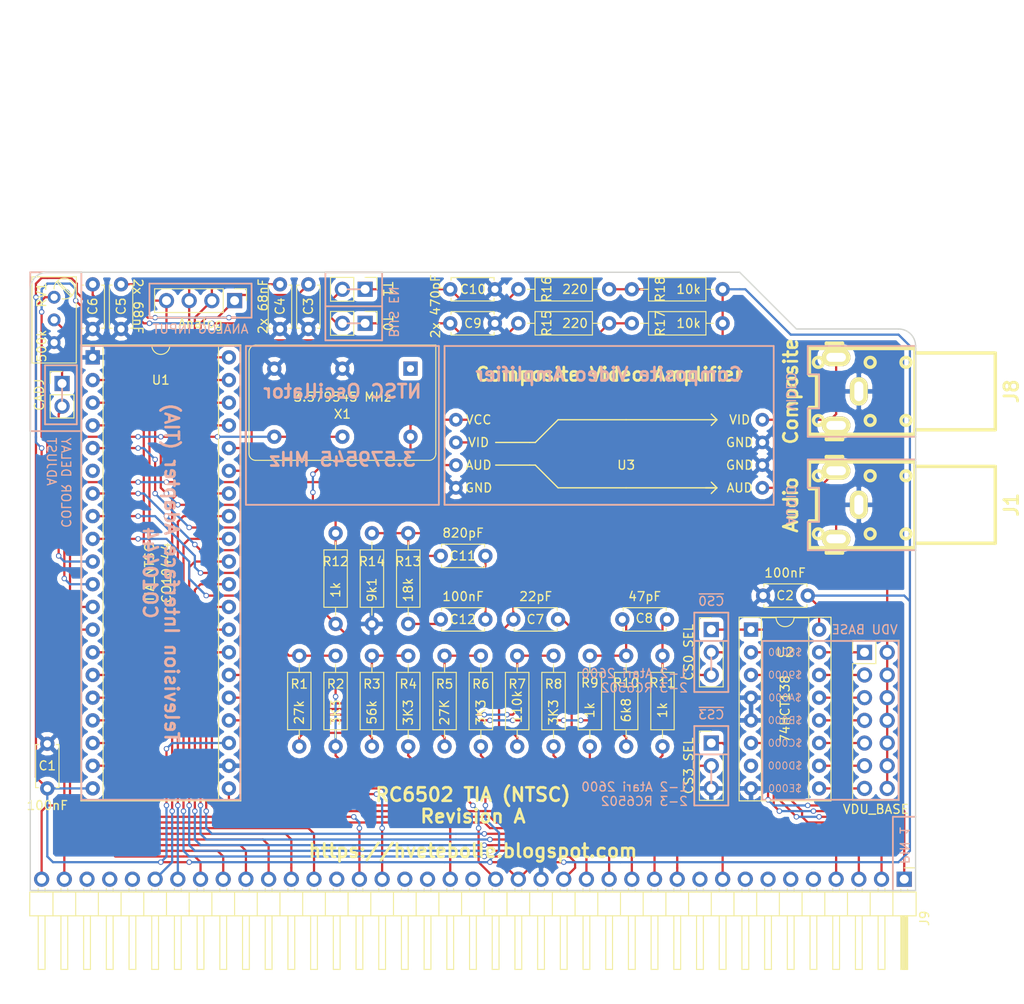
<source format=kicad_pcb>
(kicad_pcb (version 4) (host pcbnew 4.0.7)
  (layers (0 F.Cu signal) (31 B.Cu signal) (34 B.Paste user) (35 F.Paste user) (36 B.SilkS user) (37 F.SilkS user) (38 B.Mask user) (39 F.Mask user) (44 Edge.Cuts user))
  (net 0 "")
  (net 1 VCC)
  (net 2 "Net-(J2-Pad1)")
  (net 3 "Net-(J2-Pad3)")
  (net 4 "Net-(J2-Pad5)")
  (net 5 "Net-(J2-Pad7)")
  (net 6 "Net-(J2-Pad9)")
  (net 7 "Net-(J8-Pad2)")
  (net 8 GND)
  (net 9 "Net-(J2-Pad11)")
  (net 10 "Net-(J2-Pad13)")
  (net 11 /P0)
  (net 12 /P1)
  (net 13 /P2)
  (net 14 /P3)
  (net 15 "Net-(C7-Pad1)")
  (net 16 VIDEO)
  (net 17 /COLOR)
  (net 18 "Net-(C8-Pad2)")
  (net 19 /T0_IN)
  (net 20 /T1_IN)
  (net 21 AUDIO)
  (net 22 /AUD0)
  (net 23 "Net-(C12-Pad2)")
  (net 24 "Net-(J1-Pad2)")
  (net 25 TIA_BASE)
  (net 26 /A7)
  (net 27 /A5)
  (net 28 /A4)
  (net 29 /A3)
  (net 30 /A2)
  (net 31 /A1)
  (net 32 /A0)
  (net 33 /PHI2)
  (net 34 /PHI0)
  (net 35 /R/~W)
  (net 36 /RDY)
  (net 37 /D0)
  (net 38 /D1)
  (net 39 /D2)
  (net 40 /D3)
  (net 41 /D4)
  (net 42 /D5)
  (net 43 /D6)
  (net 44 /D7)
  (net 45 "Net-(J9-Pad38)")
  (net 46 "Net-(J9-Pad39)")
  (net 47 "Net-(JP1-Pad1)")
  (net 48 /CADJ)
  (net 49 /~CS0)
  (net 50 /~CS3)
  (net 51 /CSYNC)
  (net 52 /LUM1)
  (net 53 /LUM2)
  (net 54 /LUM0)
  (net 55 /OSC_IN)
  (net 56 /T1)
  (net 57 /T0)
  (net 58 /A15)
  (net 59 /A14)
  (net 60 /A13)
  (net 61 /A12)
  (module Capacitors_THT:C_Disc_D4.7mm_W2.5mm_P5.00mm (layer F.Cu) (at 54.61 132.715 90)
    (fp_text reference C1 (at 2.54 0 180) (layer F.SilkS))
    (fp_text value 100nF (at -1.905 0 180) (layer F.SilkS))
    (pad 1 thru_hole circle (at 0 0 90) (size 1.6 1.6) (drill 0.8) (layers *.Cu *.Mask) (net 1 VCC))
    (pad 2 thru_hole circle (at 5 0 90) (size 1.6 1.6) (drill 0.8) (layers *.Cu *.Mask) (net 8 GND))
  )
  (module Capacitors_THT:C_Disc_D4.7mm_W2.5mm_P5.00mm (layer F.Cu) (at 139.7 111.125 180)
    (fp_text reference C2 (at 2.54 0 360) (layer F.SilkS))
    (fp_text value 100nF (at 2.54 2.54 180) (layer F.SilkS))
    (pad 1 thru_hole circle (at 0 0 180) (size 1.6 1.6) (drill 0.8) (layers *.Cu *.Mask) (net 1 VCC))
    (pad 2 thru_hole circle (at 5 0 180) (size 1.6 1.6) (drill 0.8) (layers *.Cu *.Mask) (net 8 GND))
  )
  (module Housings_DIP:DIP-16_W7.62mm_Socket (layer F.Cu) (at 133.35 114.935)
    (fp_text reference U2 (at 3.81 2.54) (layer F.SilkS))
    (fp_text value 74HCT138 (at 3.81 8.89 90) (layer F.SilkS))
    (pad 1 thru_hole rect (at 0 0) (size 1.6 1.6) (drill 0.8) (layers *.Cu *.Mask) (net 61 /A12))
    (pad 9 thru_hole oval (at 7.62 17.78) (size 1.6 1.6) (drill 0.8) (layers *.Cu *.Mask) (net 10 "Net-(J2-Pad13)"))
    (pad 2 thru_hole oval (at 0 2.54) (size 1.6 1.6) (drill 0.8) (layers *.Cu *.Mask) (net 60 /A13))
    (pad 10 thru_hole oval (at 7.62 15.24) (size 1.6 1.6) (drill 0.8) (layers *.Cu *.Mask) (net 9 "Net-(J2-Pad11)"))
    (pad 3 thru_hole oval (at 0 5.08) (size 1.6 1.6) (drill 0.8) (layers *.Cu *.Mask) (net 59 /A14))
    (pad 11 thru_hole oval (at 7.62 12.7) (size 1.6 1.6) (drill 0.8) (layers *.Cu *.Mask) (net 6 "Net-(J2-Pad9)"))
    (pad 4 thru_hole oval (at 0 7.62) (size 1.6 1.6) (drill 0.8) (layers *.Cu *.Mask) (net 8 GND))
    (pad 12 thru_hole oval (at 7.62 10.16) (size 1.6 1.6) (drill 0.8) (layers *.Cu *.Mask) (net 5 "Net-(J2-Pad7)"))
    (pad 5 thru_hole oval (at 0 10.16) (size 1.6 1.6) (drill 0.8) (layers *.Cu *.Mask) (net 8 GND))
    (pad 13 thru_hole oval (at 7.62 7.62) (size 1.6 1.6) (drill 0.8) (layers *.Cu *.Mask) (net 4 "Net-(J2-Pad5)"))
    (pad 6 thru_hole oval (at 0 12.7) (size 1.6 1.6) (drill 0.8) (layers *.Cu *.Mask) (net 58 /A15))
    (pad 14 thru_hole oval (at 7.62 5.08) (size 1.6 1.6) (drill 0.8) (layers *.Cu *.Mask) (net 3 "Net-(J2-Pad3)"))
    (pad 7 thru_hole oval (at 0 15.24) (size 1.6 1.6) (drill 0.8) (layers *.Cu *.Mask))
    (pad 15 thru_hole oval (at 7.62 2.54) (size 1.6 1.6) (drill 0.8) (layers *.Cu *.Mask) (net 2 "Net-(J2-Pad1)"))
    (pad 8 thru_hole oval (at 0 17.78) (size 1.6 1.6) (drill 0.8) (layers *.Cu *.Mask) (net 8 GND))
    (pad 16 thru_hole oval (at 7.62 0) (size 1.6 1.6) (drill 0.8) (layers *.Cu *.Mask) (net 1 VCC))
  )
  (module Oscillator:Oscillator_DIP-14 (layer F.Cu) (at 95.25 85.725 180)
    (fp_text reference X1 (at 7.62 -5.08 180) (layer F.SilkS))
    (fp_text value "3.579545 MHz" (at 7.62 -3.175 180) (layer F.SilkS))
    (pad 7 thru_hole circle (at 7.62 0 180) (size 1.6 1.6) (drill 0.8) (layers *.Cu *.Mask) (net 8 GND))
    (pad 8 thru_hole circle (at 7.62 -7.62 180) (size 1.6 1.6) (drill 0.8) (layers *.Cu *.Mask) (net 55 /OSC_IN))
    (pad 1 thru_hole rect (at 0 0 180) (size 1.6 1.6) (drill 0.8) (layers *.Cu *.Mask))
    (pad 14 thru_hole circle (at 0 -7.62 180) (size 1.6 1.6) (drill 0.8) (layers *.Cu *.Mask) (net 1 VCC))
    (pad 8 thru_hole circle (at 15.24 -7.62 180) (size 1.6 1.6) (drill 0.8) (layers *.Cu *.Mask) (net 55 /OSC_IN))
    (pad 7 thru_hole circle (at 15.24 0 180) (size 1.6 1.6) (drill 0.8) (layers *.Cu *.Mask) (net 8 GND))
  )
  (module vdu_amplifier:Amplifier (layer F.Cu) (at 119.38 95.25)
    (fp_text reference U3 (at 0 1.27) (layer F.SilkS))
    (fp_text value VDU_Port)
    (fp_text user GND (at 12.7 -1.27) (layer F.SilkS))
    (fp_text user GND (at 12.7 1.27) (layer F.SilkS))
    (fp_text user AUD (at 12.7 3.81) (layer F.SilkS))
    (fp_text user VID (at 12.7 -3.81) (layer F.SilkS))
    (fp_text user AUD (at -16.51 1.27) (layer F.SilkS))
    (fp_text user VID (at -16.51 -1.27) (layer F.SilkS))
    (fp_text user GND (at -16.51 3.81) (layer F.SilkS))
    (fp_text user VCC (at -16.51 -3.81) (layer F.SilkS))
    (pad 1 thru_hole circle (at -19.05 -3.81) (size 1.524 1.524) (drill 0.762) (layers *.Cu *.Mask) (net 1 VCC))
    (pad 2 thru_hole circle (at -19.05 -1.27) (size 1.524 1.524) (drill 0.762) (layers *.Cu *.Mask) (net 16 VIDEO))
    (pad 4 thru_hole circle (at -19.05 1.27) (size 1.524 1.524) (drill 0.762) (layers *.Cu *.Mask) (net 21 AUDIO))
    (pad 6 thru_hole circle (at -19.05 3.81) (size 1.524 1.524) (drill 0.762) (layers *.Cu *.Mask) (net 8 GND))
    (pad 3 thru_hole circle (at 15.24 -3.81) (size 1.524 1.524) (drill 0.762) (layers *.Cu *.Mask) (net 7 "Net-(J8-Pad2)"))
    (pad 6 thru_hole circle (at 15.24 -1.27) (size 1.524 1.524) (drill 0.762) (layers *.Cu *.Mask) (net 8 GND))
    (pad 6 thru_hole circle (at 15.24 1.27) (size 1.524 1.524) (drill 0.762) (layers *.Cu *.Mask) (net 8 GND))
    (pad 5 thru_hole circle (at 15.24 3.81) (size 1.524 1.524) (drill 0.762) (layers *.Cu *.Mask) (net 24 "Net-(J1-Pad2)"))
  )
  (module Pin_Headers:Pin_Header_Straight_2x07_Pitch2.54mm (layer F.Cu) (at 146.05 117.475)
    (fp_text reference J2)
    (fp_text value VDU_BASE (at 1.27 17.57) (layer F.SilkS))
    (pad 1 thru_hole rect (at 0 0) (size 1.7 1.7) (drill 1) (layers *.Cu *.Mask) (net 2 "Net-(J2-Pad1)"))
    (pad 2 thru_hole oval (at 2.54 0) (size 1.7 1.7) (drill 1) (layers *.Cu *.Mask) (net 25 TIA_BASE))
    (pad 3 thru_hole oval (at 0 2.54) (size 1.7 1.7) (drill 1) (layers *.Cu *.Mask) (net 3 "Net-(J2-Pad3)"))
    (pad 4 thru_hole oval (at 2.54 2.54) (size 1.7 1.7) (drill 1) (layers *.Cu *.Mask) (net 25 TIA_BASE))
    (pad 5 thru_hole oval (at 0 5.08) (size 1.7 1.7) (drill 1) (layers *.Cu *.Mask) (net 4 "Net-(J2-Pad5)"))
    (pad 6 thru_hole oval (at 2.54 5.08) (size 1.7 1.7) (drill 1) (layers *.Cu *.Mask) (net 25 TIA_BASE))
    (pad 7 thru_hole oval (at 0 7.62) (size 1.7 1.7) (drill 1) (layers *.Cu *.Mask) (net 5 "Net-(J2-Pad7)"))
    (pad 8 thru_hole oval (at 2.54 7.62) (size 1.7 1.7) (drill 1) (layers *.Cu *.Mask) (net 25 TIA_BASE))
    (pad 9 thru_hole oval (at 0 10.16) (size 1.7 1.7) (drill 1) (layers *.Cu *.Mask) (net 6 "Net-(J2-Pad9)"))
    (pad 10 thru_hole oval (at 2.54 10.16) (size 1.7 1.7) (drill 1) (layers *.Cu *.Mask) (net 25 TIA_BASE))
    (pad 11 thru_hole oval (at 0 12.7) (size 1.7 1.7) (drill 1) (layers *.Cu *.Mask) (net 9 "Net-(J2-Pad11)"))
    (pad 12 thru_hole oval (at 2.54 12.7) (size 1.7 1.7) (drill 1) (layers *.Cu *.Mask) (net 25 TIA_BASE))
    (pad 13 thru_hole oval (at 0 15.24) (size 1.7 1.7) (drill 1) (layers *.Cu *.Mask) (net 10 "Net-(J2-Pad13)"))
    (pad 14 thru_hole oval (at 2.54 15.24) (size 1.7 1.7) (drill 1) (layers *.Cu *.Mask) (net 25 TIA_BASE))
  )
  (module Capacitors_THT:C_Disc_D4.7mm_W2.5mm_P5.00mm (layer F.Cu) (at 83.82 81.28 90)
    (fp_text reference C3 (at 2.54 0 90) (layer F.SilkS))
    (fp_text value 68nF)
    (pad 1 thru_hole circle (at 0 0 90) (size 1.6 1.6) (drill 0.8) (layers *.Cu *.Mask) (net 8 GND))
    (pad 2 thru_hole circle (at 5 0 90) (size 1.6 1.6) (drill 0.8) (layers *.Cu *.Mask) (net 11 /P0))
  )
  (module Capacitors_THT:C_Disc_D4.7mm_W2.5mm_P5.00mm (layer F.Cu) (at 80.645 81.28 90)
    (fp_text reference C4 (at 2.54 0 90) (layer F.SilkS))
    (fp_text value 68nF)
    (pad 1 thru_hole circle (at 0 0 90) (size 1.6 1.6) (drill 0.8) (layers *.Cu *.Mask) (net 8 GND))
    (pad 2 thru_hole circle (at 5 0 90) (size 1.6 1.6) (drill 0.8) (layers *.Cu *.Mask) (net 12 /P1))
  )
  (module Capacitors_THT:C_Disc_D4.7mm_W2.5mm_P5.00mm (layer F.Cu) (at 62.865 81.28 90)
    (fp_text reference C5 (at 2.54 0 90) (layer F.SilkS))
    (fp_text value 68nF)
    (pad 1 thru_hole circle (at 0 0 90) (size 1.6 1.6) (drill 0.8) (layers *.Cu *.Mask) (net 8 GND))
    (pad 2 thru_hole circle (at 5 0 90) (size 1.6 1.6) (drill 0.8) (layers *.Cu *.Mask) (net 13 /P2))
  )
  (module Capacitors_THT:C_Disc_D4.7mm_W2.5mm_P5.00mm (layer F.Cu) (at 59.69 81.28 90)
    (fp_text reference C6 (at 2.54 0 90) (layer F.SilkS))
    (fp_text value 68nF)
    (pad 1 thru_hole circle (at 0 0 90) (size 1.6 1.6) (drill 0.8) (layers *.Cu *.Mask) (net 8 GND))
    (pad 2 thru_hole circle (at 5 0 90) (size 1.6 1.6) (drill 0.8) (layers *.Cu *.Mask) (net 14 /P3))
  )
  (module Capacitors_THT:C_Disc_D4.7mm_W2.5mm_P5.00mm (layer F.Cu) (at 111.76 113.792 180)
    (fp_text reference C7 (at 2.54 0 180) (layer F.SilkS))
    (fp_text value 22pF (at 2.5 2.56 180) (layer F.SilkS))
    (pad 1 thru_hole circle (at 0 0 180) (size 1.6 1.6) (drill 0.8) (layers *.Cu *.Mask) (net 15 "Net-(C7-Pad1)"))
    (pad 2 thru_hole circle (at 5 0 180) (size 1.6 1.6) (drill 0.8) (layers *.Cu *.Mask) (net 16 VIDEO))
  )
  (module Capacitors_THT:C_Disc_D4.7mm_W2.5mm_P5.00mm (layer F.Cu) (at 123.952 113.792 180)
    (fp_text reference C8 (at 2.54 0.127 180) (layer F.SilkS))
    (fp_text value 47pF (at 2.5 2.56 180) (layer F.SilkS))
    (pad 1 thru_hole circle (at 0 0 180) (size 1.6 1.6) (drill 0.8) (layers *.Cu *.Mask) (net 17 /COLOR))
    (pad 2 thru_hole circle (at 5 0 180) (size 1.6 1.6) (drill 0.8) (layers *.Cu *.Mask) (net 18 "Net-(C8-Pad2)"))
  )
  (module Capacitors_THT:C_Disc_D4.7mm_W2.5mm_P5.00mm (layer F.Cu) (at 99.695 80.645)
    (fp_text reference C9 (at 2.54 0) (layer F.SilkS))
    (fp_text value 470pF)
    (pad 1 thru_hole circle (at 0 0) (size 1.6 1.6) (drill 0.8) (layers *.Cu *.Mask) (net 19 /T0_IN))
    (pad 2 thru_hole circle (at 5 0) (size 1.6 1.6) (drill 0.8) (layers *.Cu *.Mask) (net 8 GND))
  )
  (module Capacitors_THT:C_Disc_D4.7mm_W2.5mm_P5.00mm (layer F.Cu) (at 99.695 76.835)
    (fp_text reference C10 (at 2.54 0) (layer F.SilkS))
    (fp_text value 470pF)
    (pad 1 thru_hole circle (at 0 0) (size 1.6 1.6) (drill 0.8) (layers *.Cu *.Mask) (net 20 /T1_IN))
    (pad 2 thru_hole circle (at 5 0) (size 1.6 1.6) (drill 0.8) (layers *.Cu *.Mask) (net 8 GND))
  )
  (module Capacitors_THT:C_Disc_D4.7mm_W2.5mm_P5.00mm (layer F.Cu) (at 103.632 106.68 180)
    (fp_text reference C11 (at 2.54 0 180) (layer F.SilkS))
    (fp_text value 820pF (at 2.5 2.56 180) (layer F.SilkS))
    (pad 1 thru_hole circle (at 0 0 180) (size 1.6 1.6) (drill 0.8) (layers *.Cu *.Mask) (net 1 VCC))
    (pad 2 thru_hole circle (at 5 0 180) (size 1.6 1.6) (drill 0.8) (layers *.Cu *.Mask) (net 21 AUDIO))
  )
  (module Capacitors_THT:C_Disc_D4.7mm_W2.5mm_P5.00mm (layer F.Cu) (at 103.632 113.792 180)
    (fp_text reference C12 (at 2.54 0 180) (layer F.SilkS))
    (fp_text value 100nF (at 2.5 2.56 180) (layer F.SilkS))
    (pad 1 thru_hole circle (at 0 0 180) (size 1.6 1.6) (drill 0.8) (layers *.Cu *.Mask) (net 22 /AUD0))
    (pad 2 thru_hole circle (at 5 0 180) (size 1.6 1.6) (drill 0.8) (layers *.Cu *.Mask) (net 23 "Net-(C12-Pad2)"))
  )
  (module RCA:rca_yellow (layer F.Cu) (at 146.685 100.965 90)
    (fp_text reference J1 (at 0 15.7988 90) (layer F.SilkS) (effects (font (thickness 0.3048))))
    (fp_text value Audio (at 0 -8.89 90) (layer F.SilkS) (effects (font (thickness 0.3048))))
    (pad 2 thru_hole oval (at 3.81 -3.81 90) (size 1.99898 3.19786) (drill oval 0.99568 2.1971) (layers *.Cu *.Mask F.SilkS) (net 24 "Net-(J1-Pad2)"))
    (pad 1 thru_hole oval (at 0 -1.27 90) (size 3.19786 1.99898) (drill oval 2.1971 0.99568) (layers *.Cu *.Mask F.SilkS) (net 8 GND))
    (pad 2 thru_hole oval (at -3.81 -3.81 90) (size 1.99898 3.19786) (drill oval 0.99568 2.1971) (layers *.Cu *.Mask F.SilkS) (net 24 "Net-(J1-Pad2)"))
  )
  (module RCA:rca_yellow (layer F.Cu) (at 146.685 88.265 90)
    (fp_text reference J8 (at 0 15.7988 90) (layer F.SilkS) (effects (font (thickness 0.3048))))
    (fp_text value Composite (at 0 -8.89 90) (layer F.SilkS) (effects (font (thickness 0.3048))))
    (pad 2 thru_hole oval (at 3.81 -3.81 90) (size 1.99898 3.19786) (drill oval 0.99568 2.1971) (layers *.Cu *.Mask F.SilkS) (net 7 "Net-(J8-Pad2)"))
    (pad 1 thru_hole oval (at 0 -1.27 90) (size 3.19786 1.99898) (drill oval 2.1971 0.99568) (layers *.Cu *.Mask F.SilkS) (net 8 GND))
    (pad 2 thru_hole oval (at -3.81 -3.81 90) (size 1.99898 3.19786) (drill oval 0.99568 2.1971) (layers *.Cu *.Mask F.SilkS) (net 7 "Net-(J8-Pad2)"))
  )
  (module Pin_Headers:Pin_Header_Angled_1x39_Pitch2.54mm (layer F.Cu) (at 150.495 142.875 270)
    (fp_text reference J9 (at 4.385 -2.27 270) (layer F.SilkS))
    (fp_text value RC6502_Backplane_Extra)
    (pad 1 thru_hole rect (at 0 0 270) (size 1.7 1.7) (drill 1) (layers *.Cu *.Mask) (net 58 /A15))
    (pad 2 thru_hole oval (at 0 2.54 270) (size 1.7 1.7) (drill 1) (layers *.Cu *.Mask) (net 59 /A14))
    (pad 3 thru_hole oval (at 0 5.08 270) (size 1.7 1.7) (drill 1) (layers *.Cu *.Mask) (net 60 /A13))
    (pad 4 thru_hole oval (at 0 7.62 270) (size 1.7 1.7) (drill 1) (layers *.Cu *.Mask) (net 61 /A12))
    (pad 5 thru_hole oval (at 0 10.16 270) (size 1.7 1.7) (drill 1) (layers *.Cu *.Mask))
    (pad 6 thru_hole oval (at 0 12.7 270) (size 1.7 1.7) (drill 1) (layers *.Cu *.Mask))
    (pad 7 thru_hole oval (at 0 15.24 270) (size 1.7 1.7) (drill 1) (layers *.Cu *.Mask))
    (pad 8 thru_hole oval (at 0 17.78 270) (size 1.7 1.7) (drill 1) (layers *.Cu *.Mask))
    (pad 9 thru_hole oval (at 0 20.32 270) (size 1.7 1.7) (drill 1) (layers *.Cu *.Mask) (net 26 /A7))
    (pad 10 thru_hole oval (at 0 22.86 270) (size 1.7 1.7) (drill 1) (layers *.Cu *.Mask))
    (pad 11 thru_hole oval (at 0 25.4 270) (size 1.7 1.7) (drill 1) (layers *.Cu *.Mask) (net 27 /A5))
    (pad 12 thru_hole oval (at 0 27.94 270) (size 1.7 1.7) (drill 1) (layers *.Cu *.Mask) (net 28 /A4))
    (pad 13 thru_hole oval (at 0 30.48 270) (size 1.7 1.7) (drill 1) (layers *.Cu *.Mask) (net 29 /A3))
    (pad 14 thru_hole oval (at 0 33.02 270) (size 1.7 1.7) (drill 1) (layers *.Cu *.Mask) (net 30 /A2))
    (pad 15 thru_hole oval (at 0 35.56 270) (size 1.7 1.7) (drill 1) (layers *.Cu *.Mask) (net 31 /A1))
    (pad 16 thru_hole oval (at 0 38.1 270) (size 1.7 1.7) (drill 1) (layers *.Cu *.Mask) (net 32 /A0))
    (pad 17 thru_hole oval (at 0 40.64 270) (size 1.7 1.7) (drill 1) (layers *.Cu *.Mask) (net 8 GND))
    (pad 18 thru_hole oval (at 0 43.18 270) (size 1.7 1.7) (drill 1) (layers *.Cu *.Mask) (net 1 VCC))
    (pad 19 thru_hole oval (at 0 45.72 270) (size 1.7 1.7) (drill 1) (layers *.Cu *.Mask) (net 33 /PHI2))
    (pad 20 thru_hole oval (at 0 48.26 270) (size 1.7 1.7) (drill 1) (layers *.Cu *.Mask))
    (pad 21 thru_hole oval (at 0 50.8 270) (size 1.7 1.7) (drill 1) (layers *.Cu *.Mask) (net 34 /PHI0))
    (pad 22 thru_hole oval (at 0 53.34 270) (size 1.7 1.7) (drill 1) (layers *.Cu *.Mask))
    (pad 23 thru_hole oval (at 0 55.88 270) (size 1.7 1.7) (drill 1) (layers *.Cu *.Mask))
    (pad 24 thru_hole oval (at 0 58.42 270) (size 1.7 1.7) (drill 1) (layers *.Cu *.Mask) (net 35 /R/~W))
    (pad 25 thru_hole oval (at 0 60.96 270) (size 1.7 1.7) (drill 1) (layers *.Cu *.Mask) (net 36 /RDY))
    (pad 26 thru_hole oval (at 0 63.5 270) (size 1.7 1.7) (drill 1) (layers *.Cu *.Mask))
    (pad 27 thru_hole oval (at 0 66.04 270) (size 1.7 1.7) (drill 1) (layers *.Cu *.Mask) (net 37 /D0))
    (pad 28 thru_hole oval (at 0 68.58 270) (size 1.7 1.7) (drill 1) (layers *.Cu *.Mask) (net 38 /D1))
    (pad 29 thru_hole oval (at 0 71.12 270) (size 1.7 1.7) (drill 1) (layers *.Cu *.Mask) (net 39 /D2))
    (pad 30 thru_hole oval (at 0 73.66 270) (size 1.7 1.7) (drill 1) (layers *.Cu *.Mask) (net 40 /D3))
    (pad 31 thru_hole oval (at 0 76.2 270) (size 1.7 1.7) (drill 1) (layers *.Cu *.Mask) (net 41 /D4))
    (pad 32 thru_hole oval (at 0 78.74 270) (size 1.7 1.7) (drill 1) (layers *.Cu *.Mask) (net 42 /D5))
    (pad 33 thru_hole oval (at 0 81.28 270) (size 1.7 1.7) (drill 1) (layers *.Cu *.Mask) (net 43 /D6))
    (pad 34 thru_hole oval (at 0 83.82 270) (size 1.7 1.7) (drill 1) (layers *.Cu *.Mask) (net 44 /D7))
    (pad 35 thru_hole oval (at 0 86.36 270) (size 1.7 1.7) (drill 1) (layers *.Cu *.Mask))
    (pad 36 thru_hole oval (at 0 88.9 270) (size 1.7 1.7) (drill 1) (layers *.Cu *.Mask))
    (pad 37 thru_hole oval (at 0 91.44 270) (size 1.7 1.7) (drill 1) (layers *.Cu *.Mask))
    (pad 38 thru_hole oval (at 0 93.98 270) (size 1.7 1.7) (drill 1) (layers *.Cu *.Mask) (net 45 "Net-(J9-Pad38)"))
    (pad 39 thru_hole oval (at 0 96.52 270) (size 1.7 1.7) (drill 1) (layers *.Cu *.Mask) (net 46 "Net-(J9-Pad39)"))
  )
  (module Pin_Headers:Pin_Header_Straight_1x02_Pitch2.54mm (layer F.Cu) (at 56.261 87.376)
    (fp_text reference JP1)
    (fp_text value CADJ (at -2.54 1.27 90) (layer F.SilkS))
    (pad 1 thru_hole rect (at 0 0) (size 1.7 1.7) (drill 1) (layers *.Cu *.Mask) (net 47 "Net-(JP1-Pad1)"))
    (pad 2 thru_hole oval (at 0 2.54) (size 1.7 1.7) (drill 1) (layers *.Cu *.Mask) (net 48 /CADJ))
  )
  (module Pin_Headers:Pin_Header_Straight_1x03_Pitch2.54mm (layer F.Cu) (at 128.905 114.935)
    (fp_text reference JP2)
    (fp_text value CS0_SEL (at -2.54 2.54 90) (layer F.SilkS))
    (pad 1 thru_hole rect (at 0 0) (size 1.7 1.7) (drill 1) (layers *.Cu *.Mask) (net 61 /A12))
    (pad 2 thru_hole oval (at 0 2.54) (size 1.7 1.7) (drill 1) (layers *.Cu *.Mask) (net 49 /~CS0))
    (pad 3 thru_hole oval (at 0 5.08) (size 1.7 1.7) (drill 1) (layers *.Cu *.Mask) (net 25 TIA_BASE))
  )
  (module Pin_Headers:Pin_Header_Straight_1x03_Pitch2.54mm (layer F.Cu) (at 128.905 127.635)
    (fp_text reference JP3)
    (fp_text value CS3_SEL (at -2.54 2.54 90) (layer F.SilkS))
    (pad 1 thru_hole rect (at 0 0) (size 1.7 1.7) (drill 1) (layers *.Cu *.Mask) (net 26 /A7))
    (pad 2 thru_hole oval (at 0 2.54) (size 1.7 1.7) (drill 1) (layers *.Cu *.Mask) (net 50 /~CS3))
    (pad 3 thru_hole oval (at 0 5.08) (size 1.7 1.7) (drill 1) (layers *.Cu *.Mask) (net 8 GND))
  )
  (module Pin_Headers:Pin_Header_Straight_1x02_Pitch2.54mm (layer F.Cu) (at 90.17 76.835 270)
    (fp_text reference JP4)
    (fp_text value T1_EN)
    (pad 1 thru_hole rect (at 0 0 270) (size 1.7 1.7) (drill 1) (layers *.Cu *.Mask) (net 20 /T1_IN))
    (pad 2 thru_hole oval (at 0 2.54 270) (size 1.7 1.7) (drill 1) (layers *.Cu *.Mask) (net 46 "Net-(J9-Pad39)"))
  )
  (module Pin_Headers:Pin_Header_Straight_1x02_Pitch2.54mm (layer F.Cu) (at 90.17 80.645 270)
    (fp_text reference JP5)
    (fp_text value T0_EN)
    (pad 1 thru_hole rect (at 0 0 270) (size 1.7 1.7) (drill 1) (layers *.Cu *.Mask) (net 19 /T0_IN))
    (pad 2 thru_hole oval (at 0 2.54 270) (size 1.7 1.7) (drill 1) (layers *.Cu *.Mask) (net 45 "Net-(J9-Pad38)"))
  )
  (module Resistors_THT:R_Axial_DIN0207_L6.3mm_D2.5mm_P10.16mm_Horizontal (layer F.Cu) (at 82.804 117.856 270)
    (fp_text reference R1 (at 3.175 0 360) (layer F.SilkS))
    (fp_text value 27k (at 6.35 0 270) (layer F.SilkS))
    (pad 1 thru_hole circle (at 0 0 270) (size 1.6 1.6) (drill 0.8) (layers *.Cu *.Mask) (net 51 /CSYNC))
    (pad 2 thru_hole oval (at 10.16 0 270) (size 1.6 1.6) (drill 0.8) (layers *.Cu *.Mask) (net 16 VIDEO))
  )
  (module Resistors_THT:R_Axial_DIN0207_L6.3mm_D2.5mm_P10.16mm_Horizontal (layer F.Cu) (at 86.868 117.856 270)
    (fp_text reference R2 (at 3.175 0 360) (layer F.SilkS))
    (fp_text value 3K3 (at 6.35 0 270) (layer F.SilkS))
    (pad 1 thru_hole circle (at 0 0 270) (size 1.6 1.6) (drill 0.8) (layers *.Cu *.Mask) (net 51 /CSYNC))
    (pad 2 thru_hole oval (at 10.16 0 270) (size 1.6 1.6) (drill 0.8) (layers *.Cu *.Mask) (net 1 VCC))
  )
  (module Resistors_THT:R_Axial_DIN0207_L6.3mm_D2.5mm_P10.16mm_Horizontal (layer F.Cu) (at 90.932 117.856 270)
    (fp_text reference R3 (at 3.175 0 360) (layer F.SilkS))
    (fp_text value 56k (at 6.35 0 270) (layer F.SilkS))
    (pad 1 thru_hole circle (at 0 0 270) (size 1.6 1.6) (drill 0.8) (layers *.Cu *.Mask) (net 52 /LUM1))
    (pad 2 thru_hole oval (at 10.16 0 270) (size 1.6 1.6) (drill 0.8) (layers *.Cu *.Mask) (net 16 VIDEO))
  )
  (module Resistors_THT:R_Axial_DIN0207_L6.3mm_D2.5mm_P10.16mm_Horizontal (layer F.Cu) (at 94.996 117.856 270)
    (fp_text reference R4 (at 3.175 0 360) (layer F.SilkS))
    (fp_text value 3K3 (at 6.35 0 270) (layer F.SilkS))
    (pad 1 thru_hole circle (at 0 0 270) (size 1.6 1.6) (drill 0.8) (layers *.Cu *.Mask) (net 52 /LUM1))
    (pad 2 thru_hole oval (at 10.16 0 270) (size 1.6 1.6) (drill 0.8) (layers *.Cu *.Mask) (net 1 VCC))
  )
  (module Resistors_THT:R_Axial_DIN0207_L6.3mm_D2.5mm_P10.16mm_Horizontal (layer F.Cu) (at 99.06 117.856 270)
    (fp_text reference R5 (at 3.175 0 360) (layer F.SilkS))
    (fp_text value 27K (at 6.35 0 270) (layer F.SilkS))
    (pad 1 thru_hole circle (at 0 0 270) (size 1.6 1.6) (drill 0.8) (layers *.Cu *.Mask) (net 53 /LUM2))
    (pad 2 thru_hole oval (at 10.16 0 270) (size 1.6 1.6) (drill 0.8) (layers *.Cu *.Mask) (net 16 VIDEO))
  )
  (module Resistors_THT:R_Axial_DIN0207_L6.3mm_D2.5mm_P10.16mm_Horizontal (layer F.Cu) (at 103.124 117.856 270)
    (fp_text reference R6 (at 3.175 0 360) (layer F.SilkS))
    (fp_text value 3K3 (at 6.35 0 270) (layer F.SilkS))
    (pad 1 thru_hole circle (at 0 0 270) (size 1.6 1.6) (drill 0.8) (layers *.Cu *.Mask) (net 53 /LUM2))
    (pad 2 thru_hole oval (at 10.16 0 270) (size 1.6 1.6) (drill 0.8) (layers *.Cu *.Mask) (net 1 VCC))
  )
  (module Resistors_THT:R_Axial_DIN0207_L6.3mm_D2.5mm_P10.16mm_Horizontal (layer F.Cu) (at 107.188 117.856 270)
    (fp_text reference R7 (at 3.175 0 360) (layer F.SilkS))
    (fp_text value 110k (at 5.715 0 270) (layer F.SilkS))
    (pad 1 thru_hole circle (at 0 0 270) (size 1.6 1.6) (drill 0.8) (layers *.Cu *.Mask) (net 54 /LUM0))
    (pad 2 thru_hole oval (at 10.16 0 270) (size 1.6 1.6) (drill 0.8) (layers *.Cu *.Mask) (net 16 VIDEO))
  )
  (module Resistors_THT:R_Axial_DIN0207_L6.3mm_D2.5mm_P10.16mm_Horizontal (layer F.Cu) (at 111.252 117.856 270)
    (fp_text reference R8 (at 3.175 0 360) (layer F.SilkS))
    (fp_text value 3K3 (at 6.35 0 270) (layer F.SilkS))
    (pad 1 thru_hole circle (at 0 0 270) (size 1.6 1.6) (drill 0.8) (layers *.Cu *.Mask) (net 54 /LUM0))
    (pad 2 thru_hole oval (at 10.16 0 270) (size 1.6 1.6) (drill 0.8) (layers *.Cu *.Mask) (net 1 VCC))
  )
  (module Resistors_THT:R_Axial_DIN0207_L6.3mm_D2.5mm_P10.16mm_Horizontal (layer F.Cu) (at 115.316 117.856 270)
    (fp_text reference R9 (at 3.048 0 360) (layer F.SilkS))
    (fp_text value 1k (at 6.096 0 270) (layer F.SilkS))
    (pad 1 thru_hole circle (at 0 0 270) (size 1.6 1.6) (drill 0.8) (layers *.Cu *.Mask) (net 18 "Net-(C8-Pad2)"))
    (pad 2 thru_hole oval (at 10.16 0 270) (size 1.6 1.6) (drill 0.8) (layers *.Cu *.Mask) (net 1 VCC))
  )
  (module Resistors_THT:R_Axial_DIN0207_L6.3mm_D2.5mm_P10.16mm_Horizontal (layer F.Cu) (at 119.38 117.856 270)
    (fp_text reference R10 (at 3.048 0 360) (layer F.SilkS))
    (fp_text value 6k8 (at 6.096 0 270) (layer F.SilkS))
    (pad 1 thru_hole circle (at 0 0 270) (size 1.6 1.6) (drill 0.8) (layers *.Cu *.Mask) (net 18 "Net-(C8-Pad2)"))
    (pad 2 thru_hole oval (at 10.16 0 270) (size 1.6 1.6) (drill 0.8) (layers *.Cu *.Mask) (net 15 "Net-(C7-Pad1)"))
  )
  (module Resistors_THT:R_Axial_DIN0207_L6.3mm_D2.5mm_P10.16mm_Horizontal (layer F.Cu) (at 123.444 117.856 270)
    (fp_text reference R11 (at 3.048 0 360) (layer F.SilkS))
    (fp_text value 1k (at 6.096 0 270) (layer F.SilkS))
    (pad 1 thru_hole circle (at 0 0 270) (size 1.6 1.6) (drill 0.8) (layers *.Cu *.Mask) (net 17 /COLOR))
    (pad 2 thru_hole oval (at 10.16 0 270) (size 1.6 1.6) (drill 0.8) (layers *.Cu *.Mask) (net 1 VCC))
  )
  (module Resistors_THT:R_Axial_DIN0207_L6.3mm_D2.5mm_P10.16mm_Horizontal (layer F.Cu) (at 86.868 104.14 270)
    (fp_text reference R12 (at 3.175 0 360) (layer F.SilkS))
    (fp_text value 1k (at 6.35 0 270) (layer F.SilkS))
    (pad 1 thru_hole circle (at 0 0 270) (size 1.6 1.6) (drill 0.8) (layers *.Cu *.Mask) (net 22 /AUD0))
    (pad 2 thru_hole oval (at 10.16 0 270) (size 1.6 1.6) (drill 0.8) (layers *.Cu *.Mask) (net 1 VCC))
  )
  (module Resistors_THT:R_Axial_DIN0207_L6.3mm_D2.5mm_P10.16mm_Horizontal (layer F.Cu) (at 94.996 104.14 270)
    (fp_text reference R13 (at 3.175 0 360) (layer F.SilkS))
    (fp_text value 18k (at 6.35 0 270) (layer F.SilkS))
    (pad 1 thru_hole circle (at 0 0 270) (size 1.6 1.6) (drill 0.8) (layers *.Cu *.Mask) (net 21 AUDIO))
    (pad 2 thru_hole oval (at 10.16 0 270) (size 1.6 1.6) (drill 0.8) (layers *.Cu *.Mask) (net 23 "Net-(C12-Pad2)"))
  )
  (module Resistors_THT:R_Axial_DIN0207_L6.3mm_D2.5mm_P10.16mm_Horizontal (layer F.Cu) (at 90.932 104.14 270)
    (fp_text reference R14 (at 3.175 0 360) (layer F.SilkS))
    (fp_text value 9k1 (at 6.35 0 270) (layer F.SilkS))
    (pad 1 thru_hole circle (at 0 0 270) (size 1.6 1.6) (drill 0.8) (layers *.Cu *.Mask) (net 21 AUDIO))
    (pad 2 thru_hole oval (at 10.16 0 270) (size 1.6 1.6) (drill 0.8) (layers *.Cu *.Mask) (net 8 GND))
  )
  (module Resistors_THT:R_Axial_DIN0207_L6.3mm_D2.5mm_P10.16mm_Horizontal (layer F.Cu) (at 117.475 80.645 180)
    (fp_text reference R15 (at 6.985 0 450) (layer F.SilkS))
    (fp_text value 220 (at 3.81 0 180) (layer F.SilkS))
    (pad 1 thru_hole circle (at 0 0 180) (size 1.6 1.6) (drill 0.8) (layers *.Cu *.Mask) (net 57 /T0))
    (pad 2 thru_hole oval (at 10.16 0 180) (size 1.6 1.6) (drill 0.8) (layers *.Cu *.Mask) (net 19 /T0_IN))
  )
  (module Resistors_THT:R_Axial_DIN0207_L6.3mm_D2.5mm_P10.16mm_Horizontal (layer F.Cu) (at 117.475 76.835 180)
    (fp_text reference R16 (at 6.985 0 270) (layer F.SilkS))
    (fp_text value 220 (at 3.81 0 180) (layer F.SilkS))
    (pad 1 thru_hole circle (at 0 0 180) (size 1.6 1.6) (drill 0.8) (layers *.Cu *.Mask) (net 56 /T1))
    (pad 2 thru_hole oval (at 10.16 0 180) (size 1.6 1.6) (drill 0.8) (layers *.Cu *.Mask) (net 20 /T1_IN))
  )
  (module Resistors_THT:R_Axial_DIN0207_L6.3mm_D2.5mm_P10.16mm_Horizontal (layer F.Cu) (at 130.175 80.645 180)
    (fp_text reference R17 (at 6.985 0 270) (layer F.SilkS))
    (fp_text value 10k (at 3.81 0 180) (layer F.SilkS))
    (pad 1 thru_hole circle (at 0 0 180) (size 1.6 1.6) (drill 0.8) (layers *.Cu *.Mask) (net 1 VCC))
    (pad 2 thru_hole oval (at 10.16 0 180) (size 1.6 1.6) (drill 0.8) (layers *.Cu *.Mask) (net 57 /T0))
  )
  (module Resistors_THT:R_Axial_DIN0207_L6.3mm_D2.5mm_P10.16mm_Horizontal (layer F.Cu) (at 130.175 76.835 180)
    (fp_text reference R18 (at 6.985 0 270) (layer F.SilkS))
    (fp_text value 10k (at 3.81 0 180) (layer F.SilkS))
    (pad 1 thru_hole circle (at 0 0 180) (size 1.6 1.6) (drill 0.8) (layers *.Cu *.Mask) (net 1 VCC))
    (pad 2 thru_hole oval (at 10.16 0 180) (size 1.6 1.6) (drill 0.8) (layers *.Cu *.Mask) (net 56 /T1))
  )
  (module Potentiometers:Potentiometer_Trimmer_Bourns_3296W (layer F.Cu) (at 55.372 77.724 90)
    (fp_text reference RV1 (at 0.254 -1.397 90) (layer F.SilkS))
    (fp_text value 500k (at -5.461 -1.397 90) (layer F.SilkS))
    (pad 1 thru_hole circle (at 0 0 90) (size 1.44 1.44) (drill 0.8) (layers *.Cu *.Mask) (net 1 VCC))
    (pad 2 thru_hole circle (at -2.54 0 90) (size 1.44 1.44) (drill 0.8) (layers *.Cu *.Mask) (net 47 "Net-(JP1-Pad1)"))
    (pad 3 thru_hole circle (at -5.08 0 90) (size 1.44 1.44) (drill 0.8) (layers *.Cu *.Mask) (net 8 GND))
  )
  (module Housings_DIP:DIP-40_W15.24mm_Socket (layer F.Cu) (at 59.69 84.455)
    (fp_text reference U1 (at 7.62 2.54) (layer F.SilkS))
    (fp_text value TIA_NTSC (at 6.35 24.13 90) (layer F.SilkS))
    (pad 1 thru_hole rect (at 0 0) (size 1.6 1.6) (drill 0.8) (layers *.Cu *.Mask) (net 8 GND))
    (pad 21 thru_hole oval (at 15.24 48.26) (size 1.6 1.6) (drill 0.8) (layers *.Cu *.Mask) (net 50 /~CS3))
    (pad 2 thru_hole oval (at 0 2.54) (size 1.6 1.6) (drill 0.8) (layers *.Cu *.Mask) (net 51 /CSYNC))
    (pad 22 thru_hole oval (at 15.24 45.72) (size 1.6 1.6) (drill 0.8) (layers *.Cu *.Mask) (net 8 GND))
    (pad 3 thru_hole oval (at 0 5.08) (size 1.6 1.6) (drill 0.8) (layers *.Cu *.Mask) (net 36 /RDY))
    (pad 23 thru_hole oval (at 15.24 43.18) (size 1.6 1.6) (drill 0.8) (layers *.Cu *.Mask) (net 1 VCC))
    (pad 4 thru_hole oval (at 0 7.62) (size 1.6 1.6) (drill 0.8) (layers *.Cu *.Mask) (net 34 /PHI0))
    (pad 24 thru_hole oval (at 15.24 40.64) (size 1.6 1.6) (drill 0.8) (layers *.Cu *.Mask) (net 49 /~CS0))
    (pad 5 thru_hole oval (at 0 10.16) (size 1.6 1.6) (drill 0.8) (layers *.Cu *.Mask) (net 52 /LUM1))
    (pad 25 thru_hole oval (at 15.24 38.1) (size 1.6 1.6) (drill 0.8) (layers *.Cu *.Mask) (net 35 /R/~W))
    (pad 6 thru_hole oval (at 0 12.7) (size 1.6 1.6) (drill 0.8) (layers *.Cu *.Mask))
    (pad 26 thru_hole oval (at 15.24 35.56) (size 1.6 1.6) (drill 0.8) (layers *.Cu *.Mask) (net 33 /PHI2))
    (pad 7 thru_hole oval (at 0 15.24) (size 1.6 1.6) (drill 0.8) (layers *.Cu *.Mask) (net 53 /LUM2))
    (pad 27 thru_hole oval (at 15.24 33.02) (size 1.6 1.6) (drill 0.8) (layers *.Cu *.Mask) (net 27 /A5))
    (pad 8 thru_hole oval (at 0 17.78) (size 1.6 1.6) (drill 0.8) (layers *.Cu *.Mask) (net 54 /LUM0))
    (pad 28 thru_hole oval (at 15.24 30.48) (size 1.6 1.6) (drill 0.8) (layers *.Cu *.Mask) (net 28 /A4))
    (pad 9 thru_hole oval (at 0 20.32) (size 1.6 1.6) (drill 0.8) (layers *.Cu *.Mask) (net 17 /COLOR))
    (pad 29 thru_hole oval (at 15.24 27.94) (size 1.6 1.6) (drill 0.8) (layers *.Cu *.Mask) (net 29 /A3))
    (pad 10 thru_hole oval (at 0 22.86) (size 1.6 1.6) (drill 0.8) (layers *.Cu *.Mask) (net 48 /CADJ))
    (pad 30 thru_hole oval (at 15.24 25.4) (size 1.6 1.6) (drill 0.8) (layers *.Cu *.Mask) (net 30 /A2))
    (pad 11 thru_hole oval (at 0 25.4) (size 1.6 1.6) (drill 0.8) (layers *.Cu *.Mask) (net 55 /OSC_IN))
    (pad 31 thru_hole oval (at 15.24 22.86) (size 1.6 1.6) (drill 0.8) (layers *.Cu *.Mask) (net 31 /A1))
    (pad 12 thru_hole oval (at 0 27.94) (size 1.6 1.6) (drill 0.8) (layers *.Cu *.Mask) (net 22 /AUD0))
    (pad 32 thru_hole oval (at 15.24 20.32) (size 1.6 1.6) (drill 0.8) (layers *.Cu *.Mask) (net 32 /A0))
    (pad 13 thru_hole oval (at 0 30.48) (size 1.6 1.6) (drill 0.8) (layers *.Cu *.Mask) (net 22 /AUD0))
    (pad 33 thru_hole oval (at 15.24 17.78) (size 1.6 1.6) (drill 0.8) (layers *.Cu *.Mask) (net 43 /D6))
    (pad 14 thru_hole oval (at 0 33.02) (size 1.6 1.6) (drill 0.8) (layers *.Cu *.Mask) (net 37 /D0))
    (pad 34 thru_hole oval (at 15.24 15.24) (size 1.6 1.6) (drill 0.8) (layers *.Cu *.Mask) (net 44 /D7))
    (pad 15 thru_hole oval (at 0 35.56) (size 1.6 1.6) (drill 0.8) (layers *.Cu *.Mask) (net 38 /D1))
    (pad 35 thru_hole oval (at 15.24 12.7) (size 1.6 1.6) (drill 0.8) (layers *.Cu *.Mask) (net 56 /T1))
    (pad 16 thru_hole oval (at 0 38.1) (size 1.6 1.6) (drill 0.8) (layers *.Cu *.Mask) (net 39 /D2))
    (pad 36 thru_hole oval (at 15.24 10.16) (size 1.6 1.6) (drill 0.8) (layers *.Cu *.Mask) (net 57 /T0))
    (pad 17 thru_hole oval (at 0 40.64) (size 1.6 1.6) (drill 0.8) (layers *.Cu *.Mask) (net 40 /D3))
    (pad 37 thru_hole oval (at 15.24 7.62) (size 1.6 1.6) (drill 0.8) (layers *.Cu *.Mask) (net 14 /P3))
    (pad 18 thru_hole oval (at 0 43.18) (size 1.6 1.6) (drill 0.8) (layers *.Cu *.Mask) (net 41 /D4))
    (pad 38 thru_hole oval (at 15.24 5.08) (size 1.6 1.6) (drill 0.8) (layers *.Cu *.Mask) (net 13 /P2))
    (pad 19 thru_hole oval (at 0 45.72) (size 1.6 1.6) (drill 0.8) (layers *.Cu *.Mask) (net 42 /D5))
    (pad 39 thru_hole oval (at 15.24 2.54) (size 1.6 1.6) (drill 0.8) (layers *.Cu *.Mask) (net 12 /P1))
    (pad 20 thru_hole oval (at 0 48.26) (size 1.6 1.6) (drill 0.8) (layers *.Cu *.Mask) (net 1 VCC))
    (pad 40 thru_hole oval (at 15.24 0) (size 1.6 1.6) (drill 0.8) (layers *.Cu *.Mask) (net 11 /P0))
  )
  (module Pin_Headers:Pin_Header_Straight_1x04_Pitch2.54mm (layer F.Cu) (at 75.565 78.105 270)
    (fp_text reference J3)
    (fp_text value Analog (at 2.54 3.81 360) (layer F.SilkS))
    (pad 1 thru_hole rect (at 0 0 270) (size 1.7 1.7) (drill 1) (layers *.Cu *.Mask) (net 11 /P0))
    (pad 2 thru_hole oval (at 0 2.54 270) (size 1.7 1.7) (drill 1) (layers *.Cu *.Mask) (net 12 /P1))
    (pad 3 thru_hole oval (at 0 5.08 270) (size 1.7 1.7) (drill 1) (layers *.Cu *.Mask) (net 13 /P2))
    (pad 4 thru_hole oval (at 0 7.62 270) (size 1.7 1.7) (drill 1) (layers *.Cu *.Mask) (net 14 /P3))
  )
  (gr_text "PIN 1" (at 150.495 139.065 270) (layer B.SilkS) (effects (font (size 1 1)) (justify mirror)))
  (gr_line (start 149.225 135.89) (end 151.765 135.89) (angle 90) (layer B.SilkS) (width 0.2))
  (gr_line (start 149.225 144.145) (end 149.225 135.89) (angle 90) (layer B.SilkS) (width 0.2))
  (gr_text "3.579545 MHz" (at 87.63 95.885) (layer B.SilkS) (effects (font (size 1.5 1.5) (thickness 0.3)) (justify mirror)))
  (gr_text "NTSC Oscillator" (at 87.63 88.265) (layer B.SilkS) (effects (font (size 1.5 1.5) (thickness 0.3)) (justify mirror)))
  (gr_line (start 98.425 100.965) (end 98.425 83.185) (angle 90) (layer B.SilkS) (width 0.2))
  (gr_line (start 76.835 100.965) (end 98.425 100.965) (angle 90) (layer B.SilkS) (width 0.2))
  (gr_line (start 76.835 83.185) (end 76.835 100.965) (angle 90) (layer B.SilkS) (width 0.2))
  (gr_line (start 98.425 83.185) (end 76.835 83.185) (angle 90) (layer B.SilkS) (width 0.2))
  (gr_line (start 139.7 86.36) (end 139.7 83.185) (angle 90) (layer B.SilkS) (width 0.2))
  (gr_line (start 140.97 86.36) (end 139.7 86.36) (angle 90) (layer B.SilkS) (width 0.2))
  (gr_line (start 140.97 90.17) (end 140.97 86.36) (angle 90) (layer B.SilkS) (width 0.2))
  (gr_line (start 139.7 90.17) (end 140.97 90.17) (angle 90) (layer B.SilkS) (width 0.2))
  (gr_line (start 139.7 93.345) (end 139.7 90.17) (angle 90) (layer B.SilkS) (width 0.2))
  (gr_line (start 139.7 99.06) (end 139.7 95.885) (angle 90) (layer B.SilkS) (width 0.2))
  (gr_line (start 140.97 99.06) (end 139.7 99.06) (angle 90) (layer B.SilkS) (width 0.2))
  (gr_line (start 140.97 102.87) (end 140.97 99.06) (angle 90) (layer B.SilkS) (width 0.2))
  (gr_line (start 139.7 102.87) (end 140.97 102.87) (angle 90) (layer B.SilkS) (width 0.2))
  (gr_line (start 139.7 106.045) (end 139.7 102.87) (angle 90) (layer B.SilkS) (width 0.2))
  (gr_line (start 139.7 106.045) (end 151.765 106.045) (angle 90) (layer B.SilkS) (width 0.2))
  (gr_line (start 139.7 95.885) (end 151.765 95.885) (angle 90) (layer B.SilkS) (width 0.2))
  (gr_line (start 139.7 93.345) (end 151.765 93.345) (angle 90) (layer B.SilkS) (width 0.2))
  (gr_line (start 139.7 83.185) (end 151.765 83.185) (angle 90) (layer B.SilkS) (width 0.2))
  (gr_text "Composite Video Amplifier" (at 117.475 86.36) (layer B.SilkS) (effects (font (size 1.5 1.5) (thickness 0.3)) (justify mirror)))
  (gr_line (start 99.06 100.965) (end 135.89 100.965) (angle 90) (layer B.SilkS) (width 0.2))
  (gr_line (start 99.06 83.185) (end 99.06 100.965) (angle 90) (layer B.SilkS) (width 0.2))
  (gr_line (start 135.89 83.185) (end 99.06 83.185) (angle 90) (layer B.SilkS) (width 0.2))
  (gr_line (start 135.89 100.965) (end 135.89 83.185) (angle 90) (layer B.SilkS) (width 0.2))
  (gr_text VIDEO (at 137.795 88.265 270) (layer B.SilkS) (effects (font (size 1 1)) (justify mirror)))
  (gr_text AUDIO (at 137.795 100.965 270) (layer B.SilkS) (effects (font (size 1 1)) (justify mirror)))
  (gr_text CO10444 (at 67.945 108.585 90) (layer F.SilkS) (effects (font (size 1 1))))
  (gr_text "Television Interface Adapter (TIA)\nCO10444\n" (at 67.31 108.585 270) (layer B.SilkS) (effects (font (size 1.5 1.5) (thickness 0.3)) (justify mirror)))
  (gr_line (start 76.2 83.185) (end 58.42 83.185) (angle 90) (layer B.SilkS) (width 0.2))
  (gr_line (start 76.2 133.985) (end 76.2 83.185) (angle 90) (layer B.SilkS) (width 0.2))
  (gr_line (start 58.42 133.985) (end 76.2 133.985) (angle 90) (layer B.SilkS) (width 0.2))
  (gr_line (start 58.42 83.185) (end 58.42 133.985) (angle 90) (layer B.SilkS) (width 0.2))
  (gr_text "Composite Video Amplifier" (at 117.475 86.36) (layer F.SilkS) (effects (font (size 1.5 1.5) (thickness 0.3))))
  (gr_text "BUS EN" (at 93.345 79.375 270) (layer B.SilkS) (effects (font (size 1 1)) (justify mirror)))
  (gr_line (start 87.63 80.645) (end 90.17 80.645) (angle 90) (layer B.SilkS) (width 0.2))
  (gr_line (start 87.63 76.835) (end 90.17 76.835) (angle 90) (layer B.SilkS) (width 0.2))
  (gr_line (start 92.075 82.55) (end 92.075 78.74) (angle 90) (layer B.SilkS) (width 0.2))
  (gr_line (start 85.725 82.55) (end 92.075 82.55) (angle 90) (layer B.SilkS) (width 0.2))
  (gr_line (start 85.725 78.74) (end 85.725 82.55) (angle 90) (layer B.SilkS) (width 0.2))
  (gr_line (start 85.725 78.74) (end 85.725 74.93) (angle 90) (layer B.SilkS) (width 0.2))
  (gr_line (start 92.075 78.74) (end 85.725 78.74) (angle 90) (layer B.SilkS) (width 0.2))
  (gr_line (start 92.075 74.93) (end 92.075 78.74) (angle 90) (layer B.SilkS) (width 0.2))
  (gr_line (start 85.725 74.93) (end 92.075 74.93) (angle 90) (layer B.SilkS) (width 0.2))
  (gr_text "COLOR DELAY\nADJUST" (at 55.88 93.345 270) (layer B.SilkS) (effects (font (size 1 1)) (justify right mirror)))
  (gr_line (start 58.42 74.93) (end 58.42 92.71) (angle 90) (layer B.SilkS) (width 0.2))
  (gr_line (start 52.705 74.93) (end 58.42 74.93) (angle 90) (layer B.SilkS) (width 0.2))
  (gr_line (start 52.705 92.71) (end 52.705 74.93) (angle 90) (layer B.SilkS) (width 0.2))
  (gr_line (start 58.42 92.71) (end 52.705 92.71) (angle 90) (layer B.SilkS) (width 0.2))
  (gr_text "ANALOG INPUT" (at 71.755 81.28) (layer B.SilkS) (effects (font (size 1 1)) (justify mirror)))
  (gr_line (start 66.04 80.01) (end 66.04 76.2) (angle 90) (layer B.SilkS) (width 0.2))
  (gr_line (start 77.47 80.01) (end 66.04 80.01) (angle 90) (layer B.SilkS) (width 0.2))
  (gr_line (start 77.47 76.2) (end 77.47 80.01) (angle 90) (layer B.SilkS) (width 0.2))
  (gr_line (start 66.04 76.2) (end 77.47 76.2) (angle 90) (layer B.SilkS) (width 0.2))
  (gr_text ~CS3 (at 128.905 124.46) (layer B.SilkS) (effects (font (size 1 1)) (justify mirror)))
  (gr_text ~CS0 (at 128.905 111.76) (layer B.SilkS) (effects (font (size 1 1)) (justify mirror)))
  (gr_text "VDU BASE" (at 149.86 114.935) (layer B.SilkS) (effects (font (size 1 1)) (justify left mirror)))
  (gr_text "1-2 Atari 2600\n2-3 RC6502" (at 126.365 120.65) (layer B.SilkS) (effects (font (size 1 1)) (justify left mirror)))
  (gr_text "1-2 Atari 2600\n2-3 RC6502" (at 126.365 133.35) (layer B.SilkS) (effects (font (size 1 1)) (justify left mirror)))
  (gr_line (start 128.905 130.175) (end 128.905 132.715) (angle 90) (layer B.SilkS) (width 0.2))
  (gr_line (start 128.905 117.475) (end 128.905 120.015) (angle 90) (layer B.SilkS) (width 0.2))
  (gr_line (start 127 128.905) (end 130.81 128.905) (angle 90) (layer B.SilkS) (width 0.2))
  (gr_line (start 127 116.205) (end 130.81 116.205) (angle 90) (layer B.SilkS) (width 0.2))
  (gr_line (start 127 113.03) (end 127 121.92) (angle 90) (layer B.SilkS) (width 0.2))
  (gr_line (start 130.81 113.03) (end 127 113.03) (angle 90) (layer B.SilkS) (width 0.2))
  (gr_line (start 130.81 121.92) (end 130.81 113.03) (angle 90) (layer B.SilkS) (width 0.2))
  (gr_line (start 127 121.92) (end 130.81 121.92) (angle 90) (layer B.SilkS) (width 0.2))
  (gr_line (start 127 134.62) (end 127 125.73) (angle 90) (layer B.SilkS) (width 0.2))
  (gr_line (start 130.81 134.62) (end 127 134.62) (angle 90) (layer B.SilkS) (width 0.2))
  (gr_line (start 130.81 125.73) (end 130.81 134.62) (angle 90) (layer B.SilkS) (width 0.2))
  (gr_line (start 127 125.73) (end 130.81 125.73) (angle 90) (layer B.SilkS) (width 0.2))
  (gr_line (start 56.261 87.376) (end 56.261 89.916) (angle 90) (layer B.SilkS) (width 0.2))
  (gr_line (start 57.912 91.948) (end 54.356 91.948) (angle 90) (layer B.SilkS) (width 0.2))
  (gr_line (start 57.912 85.344) (end 57.912 91.948) (angle 90) (layer B.SilkS) (width 0.2))
  (gr_line (start 57.912 85.344) (end 54.356 85.344) (angle 90) (layer B.SilkS) (width 0.2))
  (gr_line (start 54.356 91.948) (end 54.356 85.344) (angle 90) (layer B.SilkS) (width 0.2))
  (gr_text T0 (at 92.71 80.645 270) (layer F.SilkS) (effects (font (size 1 1))))
  (gr_text T1 (at 92.71 76.835 270) (layer F.SilkS) (effects (font (size 1 1))))
  (gr_text "2x 68nF" (at 64.77 78.74 270) (layer F.SilkS) (effects (font (size 1 1))))
  (gr_text "2x 68nF" (at 78.74 78.74 90) (layer F.SilkS) (effects (font (size 1 1))))
  (gr_text "2x 470pF" (at 98.044 78.74 90) (layer F.SilkS) (effects (font (size 1 1))))
  (gr_line (start 151.765 83.185) (end 151.765 144.145) (angle 90) (layer Edge.Cuts) (width 0.15))
  (gr_line (start 132.08 74.93) (end 54.61 74.93) (angle 90) (layer Edge.Cuts) (width 0.15))
  (gr_line (start 138.43 81.28) (end 149.86 81.28) (angle 90) (layer Edge.Cuts) (width 0.15))
  (gr_line (start 132.08 74.93) (end 138.43 81.28) (angle 90) (layer Edge.Cuts) (width 0.15))
  (gr_text "RC6502 TIA (NTSC)\nRevision A" (at 102.235 134.62) (layer F.SilkS) (effects (font (size 1.5 1.5) (thickness 0.3))))
  (gr_line (start 52.705 144.145) (end 52.705 76.835) (angle 90) (layer Edge.Cuts) (width 0.15))
  (gr_arc (start 149.86 83.185) (end 149.86 81.28) (angle 90) (layer Edge.Cuts) (width 0.15))
  (gr_arc (start 54.61 76.835) (end 52.705 76.835) (angle 90) (layer Edge.Cuts) (width 0.15))
  (gr_line (start 149.86 133.985) (end 134.62 133.985) (angle 90) (layer B.SilkS) (width 0.2))
  (gr_line (start 149.86 116.205) (end 134.62 116.205) (angle 90) (layer B.SilkS) (width 0.2))
  (gr_line (start 149.86 133.985) (end 149.86 116.205) (angle 90) (layer B.SilkS) (width 0.2))
  (gr_line (start 134.62 116.205) (end 134.62 133.985) (angle 90) (layer B.SilkS) (width 0.2))
  (gr_text https://hvetebolle.blogspot.com (at 102.235 139.7) (layer F.SilkS) (effects (font (size 1.5 1.5) (thickness 0.3))))
  (gr_text $E000 (at 137.16 132.715) (layer B.SilkS) (effects (font (size 0.8 0.8) (thickness 0.1)) (justify mirror)))
  (gr_text $D000 (at 137.16 130.175) (layer B.SilkS) (effects (font (size 0.8 0.8) (thickness 0.1)) (justify mirror)))
  (gr_text $C000 (at 137.16 127.635) (layer B.SilkS) (effects (font (size 0.8 0.8) (thickness 0.1)) (justify mirror)))
  (gr_text $A000 (at 137.16 122.555) (layer B.SilkS) (effects (font (size 0.8 0.8) (thickness 0.1)) (justify mirror)))
  (gr_text $9000 (at 137.16 120.015) (layer B.SilkS) (effects (font (size 0.8 0.8) (thickness 0.1)) (justify mirror)))
  (gr_text $8000 (at 137.16 117.475) (layer B.SilkS) (effects (font (size 0.8 0.8) (thickness 0.1)) (justify mirror)))
  (gr_text $B000 (at 137.16 125.095) (layer B.SilkS) (effects (font (size 0.8 0.8) (thickness 0.1)) (justify mirror)))
  (gr_line (start 151.765 144.145) (end 52.705 144.145) (angle 90) (layer Edge.Cuts) (width 0.15))
  (segment (start 132.08 76.835) (end 132.715 76.835) (width 0.25) (layer B.Cu) (net 1))
  (segment (start 149.86 81.915) (end 150.495 82.55) (width 0.25) (layer B.Cu) (net 1))
  (segment (start 137.795 81.915) (end 149.86 81.915) (width 0.25) (layer B.Cu) (net 1))
  (segment (start 132.715 76.835) (end 137.795 81.915) (width 0.25) (layer B.Cu) (net 1))
  (segment (start 130.175 76.835) (end 132.08 76.835) (width 0.25) (layer B.Cu) (net 1))
  (segment (start 150.495 82.55) (end 151.13 83.185) (width 0.25) (layer B.Cu) (net 1))
  (segment (start 151.13 111.76) (end 151.13 83.185) (width 0.25) (layer B.Cu) (net 1))
  (segment (start 67.945 132.08) (end 67.945 134.62) (width 0.25) (layer F.Cu) (net 1))
  (segment (start 68.58 127.635) (end 67.945 128.27) (width 0.25) (layer B.Cu) (net 1))
  (via (at 67.945 128.27) (size 0.6) (drill 0.4) (layers F.Cu B.Cu) (net 1))
  (segment (start 67.945 128.27) (end 67.945 130.81) (width 0.25) (layer F.Cu) (net 1))
  (segment (start 67.945 130.81) (end 67.945 132.08) (width 0.25) (layer F.Cu) (net 1))
  (segment (start 74.93 127.635) (end 68.58 127.635) (width 0.25) (layer B.Cu) (net 1))
  (segment (start 67.945 140.335) (end 67.31 140.97) (width 0.25) (layer B.Cu) (net 1))
  (segment (start 67.945 134.62) (end 67.945 140.335) (width 0.25) (layer B.Cu) (net 1))
  (via (at 67.945 134.62) (size 0.6) (drill 0.4) (layers F.Cu B.Cu) (net 1))
  (segment (start 54.61 132.715) (end 53.34 131.445) (width 0.25) (layer F.Cu) (net 1))
  (segment (start 54.356 77.724) (end 55.372 77.724) (width 0.25) (layer F.Cu) (net 1))
  (segment (start 53.34 78.74) (end 54.356 77.724) (width 0.25) (layer F.Cu) (net 1))
  (segment (start 53.34 131.445) (end 53.34 78.74) (width 0.25) (layer F.Cu) (net 1))
  (segment (start 103.632 106.68) (end 103.632 107.823) (width 0.25) (layer F.Cu) (net 1))
  (segment (start 88.9 107.95) (end 88.9 96.52) (width 0.25) (layer F.Cu) (net 1))
  (segment (start 89.535 108.585) (end 88.9 107.95) (width 0.25) (layer F.Cu) (net 1))
  (segment (start 102.87 108.585) (end 89.535 108.585) (width 0.25) (layer F.Cu) (net 1))
  (segment (start 103.632 107.823) (end 102.87 108.585) (width 0.25) (layer F.Cu) (net 1))
  (segment (start 86.868 114.3) (end 84.328 111.76) (width 0.25) (layer F.Cu) (net 1))
  (segment (start 95.25 96.012) (end 95.25 93.345) (width 0.25) (layer F.Cu) (net 1))
  (segment (start 94.742 96.52) (end 95.25 96.012) (width 0.25) (layer F.Cu) (net 1))
  (segment (start 85.344 96.52) (end 88.9 96.52) (width 0.25) (layer F.Cu) (net 1))
  (segment (start 88.9 96.52) (end 94.742 96.52) (width 0.25) (layer F.Cu) (net 1))
  (segment (start 84.328 97.536) (end 85.344 96.52) (width 0.25) (layer F.Cu) (net 1))
  (via (at 84.328 97.536) (size 0.6) (drill 0.4) (layers F.Cu B.Cu) (net 1))
  (segment (start 84.328 99.568) (end 84.328 97.536) (width 0.25) (layer B.Cu) (net 1))
  (via (at 84.328 99.568) (size 0.6) (drill 0.4) (layers F.Cu B.Cu) (net 1))
  (segment (start 84.328 111.76) (end 84.328 99.568) (width 0.25) (layer F.Cu) (net 1))
  (segment (start 86.868 128.016) (end 86.868 122.428) (width 0.25) (layer B.Cu) (net 1))
  (segment (start 88.9 116.332) (end 86.868 114.3) (width 0.25) (layer F.Cu) (net 1))
  (segment (start 88.9 120.396) (end 88.9 116.332) (width 0.25) (layer F.Cu) (net 1))
  (segment (start 88.392 120.904) (end 88.9 120.396) (width 0.25) (layer F.Cu) (net 1))
  (segment (start 87.376 120.904) (end 88.392 120.904) (width 0.25) (layer F.Cu) (net 1))
  (segment (start 86.868 121.412) (end 87.376 120.904) (width 0.25) (layer F.Cu) (net 1))
  (segment (start 86.868 122.428) (end 86.868 121.412) (width 0.25) (layer F.Cu) (net 1))
  (via (at 86.868 122.428) (size 0.6) (drill 0.4) (layers F.Cu B.Cu) (net 1))
  (segment (start 104.14 140.97) (end 104.14 140.716) (width 0.25) (layer B.Cu) (net 1))
  (segment (start 103.632 134.62) (end 103.632 129.54) (width 0.25) (layer F.Cu) (net 1))
  (via (at 103.632 134.62) (size 0.6) (drill 0.4) (layers F.Cu B.Cu) (net 1))
  (segment (start 103.632 136.144) (end 103.632 134.62) (width 0.25) (layer B.Cu) (net 1))
  (segment (start 105.156 137.668) (end 103.632 136.144) (width 0.25) (layer B.Cu) (net 1))
  (segment (start 105.156 139.7) (end 105.156 137.668) (width 0.25) (layer B.Cu) (net 1))
  (segment (start 104.14 140.716) (end 105.156 139.7) (width 0.25) (layer B.Cu) (net 1))
  (segment (start 95.504 129.54) (end 87.376 129.54) (width 0.25) (layer F.Cu) (net 1))
  (segment (start 86.868 129.032) (end 86.868 128.016) (width 0.25) (layer F.Cu) (net 1))
  (segment (start 87.376 129.54) (end 86.868 129.032) (width 0.25) (layer F.Cu) (net 1))
  (segment (start 103.632 129.54) (end 95.504 129.54) (width 0.25) (layer F.Cu) (net 1))
  (segment (start 94.996 129.032) (end 94.996 128.016) (width 0.25) (layer F.Cu) (net 1))
  (segment (start 95.504 129.54) (end 94.996 129.032) (width 0.25) (layer F.Cu) (net 1))
  (segment (start 103.124 128.016) (end 103.124 129.032) (width 0.25) (layer F.Cu) (net 1))
  (segment (start 103.124 129.032) (end 103.632 129.54) (width 0.25) (layer F.Cu) (net 1))
  (segment (start 103.632 129.54) (end 111.76 129.54) (width 0.25) (layer F.Cu) (net 1))
  (segment (start 115.316 128.016) (end 115.316 129.54) (width 0.25) (layer F.Cu) (net 1))
  (segment (start 123.444 128.016) (end 123.444 129.032) (width 0.25) (layer F.Cu) (net 1))
  (segment (start 111.252 129.032) (end 111.252 128.016) (width 0.25) (layer F.Cu) (net 1))
  (segment (start 111.76 129.54) (end 111.252 129.032) (width 0.25) (layer F.Cu) (net 1))
  (segment (start 122.936 129.54) (end 115.316 129.54) (width 0.25) (layer F.Cu) (net 1))
  (segment (start 115.316 129.54) (end 111.76 129.54) (width 0.25) (layer F.Cu) (net 1))
  (segment (start 123.444 129.032) (end 122.936 129.54) (width 0.25) (layer F.Cu) (net 1))
  (segment (start 100.33 91.44) (end 129.54 91.44) (width 0.25) (layer F.Cu) (net 1))
  (segment (start 130.175 90.805) (end 130.175 80.645) (width 0.25) (layer F.Cu) (net 1))
  (segment (start 129.54 91.44) (end 130.175 90.805) (width 0.25) (layer F.Cu) (net 1))
  (segment (start 130.175 80.645) (end 130.175 76.835) (width 0.25) (layer F.Cu) (net 1))
  (segment (start 95.25 93.345) (end 95.25 92.075) (width 0.25) (layer F.Cu) (net 1))
  (segment (start 95.25 92.075) (end 95.885 91.44) (width 0.25) (layer F.Cu) (net 1))
  (segment (start 95.885 91.44) (end 100.33 91.44) (width 0.25) (layer F.Cu) (net 1))
  (segment (start 104.14 140.97) (end 105.41 140.97) (width 0.25) (layer F.Cu) (net 1))
  (segment (start 55.245 140.97) (end 54.61 140.335) (width 0.25) (layer B.Cu) (net 1))
  (segment (start 67.31 140.97) (end 55.245 140.97) (width 0.25) (layer B.Cu) (net 1))
  (segment (start 54.61 132.715) (end 54.61 140.335) (width 0.25) (layer B.Cu) (net 1))
  (via (at 67.31 140.97) (size 0.6) (drill 0.4) (layers F.Cu B.Cu) (net 1))
  (segment (start 86.995 140.97) (end 70.485 140.97) (width 0.25) (layer B.Cu) (net 1))
  (segment (start 99.06 140.97) (end 104.14 140.97) (width 0.25) (layer B.Cu) (net 1))
  (segment (start 86.995 140.97) (end 99.06 140.97) (width 0.25) (layer B.Cu) (net 1))
  (segment (start 70.485 140.97) (end 67.31 140.97) (width 0.25) (layer F.Cu) (net 1))
  (via (at 70.485 140.97) (size 0.6) (drill 0.4) (layers F.Cu B.Cu) (net 1))
  (via (at 104.14 140.97) (size 0.6) (drill 0.4) (layers F.Cu B.Cu) (net 1))
  (segment (start 105.41 140.97) (end 107.315 142.875) (width 0.25) (layer F.Cu) (net 1))
  (segment (start 74.295 127.635) (end 74.93 127.635) (width 0.25) (layer B.Cu) (net 1))
  (segment (start 151.13 139.7) (end 151.13 111.76) (width 0.25) (layer B.Cu) (net 1))
  (segment (start 151.13 111.76) (end 150.495 111.125) (width 0.25) (layer B.Cu) (net 1))
  (segment (start 150.495 111.125) (end 139.7 111.125) (width 0.25) (layer B.Cu) (net 1))
  (segment (start 118.745 140.97) (end 112.395 140.97) (width 0.25) (layer B.Cu) (net 1))
  (segment (start 149.86 140.97) (end 118.745 140.97) (width 0.25) (layer B.Cu) (net 1))
  (segment (start 112.395 140.97) (end 109.22 140.97) (width 0.25) (layer F.Cu) (net 1))
  (via (at 112.395 140.97) (size 0.6) (drill 0.4) (layers F.Cu B.Cu) (net 1))
  (segment (start 107.315 142.875) (end 109.22 140.97) (width 0.25) (layer F.Cu) (net 1))
  (segment (start 151.13 139.7) (end 149.86 140.97) (width 0.25) (layer B.Cu) (net 1))
  (segment (start 54.61 132.715) (end 59.69 132.715) (width 0.25) (layer B.Cu) (net 1))
  (segment (start 140.97 114.935) (end 140.97 112.395) (width 0.25) (layer F.Cu) (net 1))
  (segment (start 140.97 112.395) (end 139.7 111.125) (width 0.25) (layer F.Cu) (net 1))
  (segment (start 140.97 117.475) (end 146.05 117.475) (width 0.25) (layer F.Cu) (net 2))
  (segment (start 140.97 120.015) (end 146.05 120.015) (width 0.25) (layer F.Cu) (net 3))
  (segment (start 140.97 122.555) (end 146.05 122.555) (width 0.25) (layer F.Cu) (net 4))
  (segment (start 140.97 125.095) (end 146.05 125.095) (width 0.25) (layer F.Cu) (net 5))
  (segment (start 140.97 127.635) (end 146.05 127.635) (width 0.25) (layer F.Cu) (net 6))
  (segment (start 142.875 84.455) (end 142.875 90.805) (width 0.25) (layer F.Cu) (net 7))
  (segment (start 142.875 90.805) (end 142.24 91.44) (width 0.25) (layer F.Cu) (net 7))
  (segment (start 142.24 91.44) (end 142.875 92.075) (width 0.25) (layer F.Cu) (net 7))
  (segment (start 134.62 91.44) (end 142.24 91.44) (width 0.25) (layer F.Cu) (net 7))
  (segment (start 142.24 91.44) (end 142.875 92.075) (width 0.25) (layer F.Cu) (net 7))
  (segment (start 140.97 130.175) (end 146.05 130.175) (width 0.25) (layer F.Cu) (net 9))
  (segment (start 140.97 132.715) (end 146.05 132.715) (width 0.25) (layer F.Cu) (net 10))
  (segment (start 75.565 78.105) (end 73.66 80.01) (width 0.25) (layer F.Cu) (net 11))
  (segment (start 72.39 84.455) (end 74.93 84.455) (width 0.25) (layer F.Cu) (net 11))
  (segment (start 71.755 83.82) (end 72.39 84.455) (width 0.25) (layer F.Cu) (net 11))
  (segment (start 71.755 80.645) (end 71.755 83.82) (width 0.25) (layer F.Cu) (net 11))
  (segment (start 72.39 80.01) (end 71.755 80.645) (width 0.25) (layer F.Cu) (net 11))
  (segment (start 73.66 80.01) (end 72.39 80.01) (width 0.25) (layer F.Cu) (net 11))
  (segment (start 76.2 77.47) (end 77.47 77.47) (width 0.25) (layer F.Cu) (net 11))
  (segment (start 82.63 77.47) (end 83.82 76.28) (width 0.25) (layer F.Cu) (net 11))
  (segment (start 77.47 77.47) (end 81.915 77.47) (width 0.25) (layer F.Cu) (net 11))
  (segment (start 81.915 77.47) (end 82.63 77.47) (width 0.25) (layer F.Cu) (net 11))
  (segment (start 76.2 77.47) (end 75.565 78.105) (width 0.25) (layer F.Cu) (net 11))
  (segment (start 73.025 78.105) (end 71.12 80.01) (width 0.25) (layer F.Cu) (net 12))
  (segment (start 71.755 86.995) (end 74.93 86.995) (width 0.25) (layer F.Cu) (net 12))
  (segment (start 71.12 86.36) (end 71.755 86.995) (width 0.25) (layer F.Cu) (net 12))
  (segment (start 71.12 80.01) (end 71.12 86.36) (width 0.25) (layer F.Cu) (net 12))
  (segment (start 79.375 76.28) (end 73.58 76.28) (width 0.25) (layer F.Cu) (net 12))
  (segment (start 80.645 76.28) (end 79.375 76.28) (width 0.25) (layer F.Cu) (net 12))
  (segment (start 73.025 76.835) (end 73.025 78.105) (width 0.25) (layer F.Cu) (net 12))
  (segment (start 73.58 76.28) (end 73.025 76.835) (width 0.25) (layer F.Cu) (net 12))
  (segment (start 70.485 78.105) (end 70.485 88.9) (width 0.25) (layer F.Cu) (net 13))
  (segment (start 71.12 89.535) (end 74.93 89.535) (width 0.25) (layer F.Cu) (net 13))
  (segment (start 70.485 88.9) (end 71.12 89.535) (width 0.25) (layer F.Cu) (net 13))
  (segment (start 69.215 76.28) (end 69.93 76.28) (width 0.25) (layer F.Cu) (net 13))
  (segment (start 70.485 76.835) (end 70.485 78.105) (width 0.25) (layer F.Cu) (net 13))
  (segment (start 69.93 76.28) (end 70.485 76.835) (width 0.25) (layer F.Cu) (net 13))
  (segment (start 69.295 76.28) (end 69.215 76.28) (width 0.25) (layer F.Cu) (net 13))
  (segment (start 69.215 76.28) (end 62.865 76.28) (width 0.25) (layer F.Cu) (net 13))
  (segment (start 67.945 80.645) (end 67.945 91.44) (width 0.25) (layer F.Cu) (net 14))
  (segment (start 67.945 91.44) (end 68.58 92.075) (width 0.25) (layer F.Cu) (net 14))
  (segment (start 74.93 92.075) (end 68.58 92.075) (width 0.25) (layer F.Cu) (net 14))
  (segment (start 67.945 80.645) (end 67.945 78.105) (width 0.25) (layer F.Cu) (net 14))
  (segment (start 67.945 78.105) (end 64.77 78.105) (width 0.25) (layer F.Cu) (net 14))
  (segment (start 59.69 77.47) (end 60.325 78.105) (width 0.25) (layer F.Cu) (net 14))
  (segment (start 60.325 78.105) (end 64.77 78.105) (width 0.25) (layer F.Cu) (net 14))
  (segment (start 59.69 77.47) (end 59.69 76.28) (width 0.25) (layer F.Cu) (net 14))
  (segment (start 114.3 126.492) (end 113.792 126.492) (width 0.25) (layer F.Cu) (net 15))
  (segment (start 113.284 125.984) (end 113.284 125.476) (width 0.25) (layer F.Cu) (net 15))
  (segment (start 113.792 126.492) (end 113.284 125.984) (width 0.25) (layer F.Cu) (net 15))
  (segment (start 111.76 113.792) (end 112.268 113.792) (width 0.25) (layer F.Cu) (net 15))
  (segment (start 112.268 113.792) (end 113.284 114.808) (width 0.25) (layer F.Cu) (net 15))
  (segment (start 113.284 114.808) (end 113.284 125.476) (width 0.25) (layer F.Cu) (net 15))
  (segment (start 114.3 126.492) (end 118.872 126.492) (width 0.25) (layer F.Cu) (net 15))
  (segment (start 118.872 126.492) (end 119.38 127) (width 0.25) (layer F.Cu) (net 15))
  (segment (start 119.38 127) (end 119.38 128.016) (width 0.25) (layer F.Cu) (net 15))
  (segment (start 106.76 113.792) (end 106.76 94.568) (width 0.25) (layer F.Cu) (net 16))
  (segment (start 106.172 93.98) (end 100.33 93.98) (width 0.25) (layer F.Cu) (net 16))
  (segment (start 106.76 94.568) (end 106.172 93.98) (width 0.25) (layer F.Cu) (net 16))
  (segment (start 105.664 126.492) (end 105.156 125.984) (width 0.25) (layer F.Cu) (net 16))
  (segment (start 105.156 115.396) (end 106.76 113.792) (width 0.25) (layer F.Cu) (net 16))
  (segment (start 105.156 125.984) (end 105.156 115.396) (width 0.25) (layer F.Cu) (net 16))
  (segment (start 98.552 126.492) (end 105.664 126.492) (width 0.25) (layer F.Cu) (net 16))
  (segment (start 105.664 126.492) (end 106.68 126.492) (width 0.25) (layer F.Cu) (net 16))
  (segment (start 107.188 127) (end 107.188 128.016) (width 0.25) (layer F.Cu) (net 16))
  (segment (start 106.68 126.492) (end 107.188 127) (width 0.25) (layer F.Cu) (net 16))
  (segment (start 90.424 126.492) (end 98.552 126.492) (width 0.25) (layer F.Cu) (net 16))
  (segment (start 99.06 127) (end 99.06 128.016) (width 0.25) (layer F.Cu) (net 16))
  (segment (start 98.552 126.492) (end 99.06 127) (width 0.25) (layer F.Cu) (net 16))
  (segment (start 82.804 128.016) (end 82.804 127) (width 0.25) (layer F.Cu) (net 16))
  (segment (start 90.932 127) (end 90.932 128.016) (width 0.25) (layer F.Cu) (net 16))
  (segment (start 90.424 126.492) (end 90.932 127) (width 0.25) (layer F.Cu) (net 16))
  (segment (start 83.312 126.492) (end 90.424 126.492) (width 0.25) (layer F.Cu) (net 16))
  (segment (start 82.804 127) (end 83.312 126.492) (width 0.25) (layer F.Cu) (net 16))
  (segment (start 78.105 111.125) (end 78.74 111.76) (width 0.25) (layer F.Cu) (net 17))
  (via (at 64.77 104.775) (size 0.6) (drill 0.4) (layers F.Cu B.Cu) (net 17))
  (segment (start 64.77 104.775) (end 66.675 104.775) (width 0.25) (layer B.Cu) (net 17))
  (segment (start 70.485 109.22) (end 71.12 109.855) (width 0.25) (layer B.Cu) (net 17))
  (segment (start 71.12 109.855) (end 72.39 111.125) (width 0.25) (layer B.Cu) (net 17))
  (via (at 72.39 111.125) (size 0.6) (drill 0.4) (layers F.Cu B.Cu) (net 17))
  (segment (start 72.39 111.125) (end 78.105 111.125) (width 0.25) (layer F.Cu) (net 17))
  (segment (start 59.69 104.775) (end 62.865 104.775) (width 0.25) (layer F.Cu) (net 17))
  (segment (start 62.865 104.775) (end 63.5 104.775) (width 0.25) (layer F.Cu) (net 17))
  (segment (start 63.5 104.775) (end 64.77 104.775) (width 0.25) (layer F.Cu) (net 17))
  (segment (start 67.945 104.775) (end 70.485 107.315) (width 0.25) (layer B.Cu) (net 17))
  (segment (start 70.485 107.315) (end 70.485 109.22) (width 0.25) (layer B.Cu) (net 17))
  (segment (start 66.675 104.775) (end 67.945 104.775) (width 0.25) (layer B.Cu) (net 17))
  (segment (start 123.444 124.841) (end 123.444 117.856) (width 0.25) (layer F.Cu) (net 17))
  (segment (start 123.19 125.095) (end 123.444 124.841) (width 0.25) (layer F.Cu) (net 17))
  (segment (start 122.555 125.095) (end 123.19 125.095) (width 0.25) (layer F.Cu) (net 17))
  (segment (start 114.3 125.095) (end 122.555 125.095) (width 0.25) (layer F.Cu) (net 17))
  (via (at 114.3 125.095) (size 0.6) (drill 0.4) (layers F.Cu B.Cu) (net 17))
  (segment (start 112.395 125.095) (end 114.3 125.095) (width 0.25) (layer B.Cu) (net 17))
  (via (at 112.395 125.095) (size 0.6) (drill 0.4) (layers F.Cu B.Cu) (net 17))
  (segment (start 106.68 125.095) (end 112.395 125.095) (width 0.25) (layer F.Cu) (net 17))
  (via (at 106.68 125.095) (size 0.6) (drill 0.4) (layers F.Cu B.Cu) (net 17))
  (segment (start 104.14 125.095) (end 106.68 125.095) (width 0.25) (layer B.Cu) (net 17))
  (via (at 104.14 125.095) (size 0.6) (drill 0.4) (layers F.Cu B.Cu) (net 17))
  (segment (start 79.375 125.095) (end 104.14 125.095) (width 0.25) (layer F.Cu) (net 17))
  (segment (start 78.74 124.46) (end 79.375 125.095) (width 0.25) (layer F.Cu) (net 17))
  (segment (start 78.74 111.76) (end 78.74 124.46) (width 0.25) (layer F.Cu) (net 17))
  (segment (start 123.444 117.856) (end 123.444 114.3) (width 0.25) (layer F.Cu) (net 17))
  (segment (start 123.444 114.3) (end 123.952 113.792) (width 0.25) (layer F.Cu) (net 17))
  (segment (start 115.316 117.856) (end 119.38 117.856) (width 0.25) (layer F.Cu) (net 18))
  (segment (start 119.38 117.856) (end 119.38 114.22) (width 0.25) (layer F.Cu) (net 18))
  (segment (start 119.38 114.22) (end 118.952 113.792) (width 0.25) (layer F.Cu) (net 18))
  (segment (start 90.17 80.645) (end 95.25 80.645) (width 0.25) (layer F.Cu) (net 19))
  (segment (start 95.25 80.645) (end 99.695 80.645) (width 0.25) (layer F.Cu) (net 19))
  (segment (start 99.695 80.645) (end 100.965 81.915) (width 0.25) (layer F.Cu) (net 19))
  (segment (start 105.41 82.55) (end 107.315 80.645) (width 0.25) (layer F.Cu) (net 19))
  (segment (start 101.6 82.55) (end 105.41 82.55) (width 0.25) (layer F.Cu) (net 19))
  (segment (start 100.965 81.915) (end 101.6 82.55) (width 0.25) (layer F.Cu) (net 19))
  (segment (start 90.17 76.835) (end 95.25 76.835) (width 0.25) (layer F.Cu) (net 20))
  (segment (start 95.25 76.835) (end 99.695 76.835) (width 0.25) (layer F.Cu) (net 20))
  (segment (start 99.695 76.835) (end 101.6 78.74) (width 0.25) (layer F.Cu) (net 20))
  (segment (start 105.41 78.74) (end 107.315 76.835) (width 0.25) (layer F.Cu) (net 20))
  (segment (start 101.6 78.74) (end 105.41 78.74) (width 0.25) (layer F.Cu) (net 20))
  (segment (start 98.632 106.68) (end 95.504 106.68) (width 0.25) (layer F.Cu) (net 21))
  (segment (start 94.996 106.172) (end 94.996 104.14) (width 0.25) (layer F.Cu) (net 21))
  (segment (start 95.504 106.68) (end 94.996 106.172) (width 0.25) (layer F.Cu) (net 21))
  (segment (start 94.996 104.14) (end 97.155 104.14) (width 0.25) (layer F.Cu) (net 21))
  (segment (start 99.06 96.52) (end 100.33 96.52) (width 0.25) (layer F.Cu) (net 21))
  (segment (start 98.425 97.155) (end 99.06 96.52) (width 0.25) (layer F.Cu) (net 21))
  (segment (start 98.425 102.87) (end 98.425 97.155) (width 0.25) (layer F.Cu) (net 21))
  (segment (start 97.155 104.14) (end 98.425 102.87) (width 0.25) (layer F.Cu) (net 21))
  (segment (start 90.932 104.14) (end 94.996 104.14) (width 0.25) (layer F.Cu) (net 21))
  (segment (start 86.868 104.14) (end 86.868 108.458) (width 0.25) (layer F.Cu) (net 22))
  (segment (start 103.632 110.617) (end 103.632 113.792) (width 0.25) (layer F.Cu) (net 22))
  (segment (start 102.87 109.855) (end 103.632 110.617) (width 0.25) (layer F.Cu) (net 22))
  (segment (start 88.265 109.855) (end 102.87 109.855) (width 0.25) (layer F.Cu) (net 22))
  (segment (start 86.868 108.458) (end 88.265 109.855) (width 0.25) (layer F.Cu) (net 22))
  (segment (start 76.835 98.425) (end 86.36 98.425) (width 0.25) (layer F.Cu) (net 22))
  (segment (start 57.15 99.06) (end 57.785 98.425) (width 0.25) (layer F.Cu) (net 22))
  (segment (start 57.785 98.425) (end 64.77 98.425) (width 0.25) (layer F.Cu) (net 22))
  (via (at 64.77 98.425) (size 0.6) (drill 0.4) (layers F.Cu B.Cu) (net 22))
  (segment (start 64.77 98.425) (end 67.945 98.425) (width 0.25) (layer B.Cu) (net 22))
  (via (at 67.945 98.425) (size 0.6) (drill 0.4) (layers F.Cu B.Cu) (net 22))
  (segment (start 67.945 98.425) (end 76.835 98.425) (width 0.25) (layer F.Cu) (net 22))
  (segment (start 57.15 112.395) (end 57.15 99.06) (width 0.25) (layer F.Cu) (net 22))
  (segment (start 86.868 98.933) (end 86.868 104.14) (width 0.25) (layer F.Cu) (net 22))
  (segment (start 86.36 98.425) (end 86.868 98.933) (width 0.25) (layer F.Cu) (net 22))
  (segment (start 59.69 114.935) (end 57.15 114.935) (width 0.25) (layer F.Cu) (net 22))
  (segment (start 57.15 112.395) (end 59.69 112.395) (width 0.25) (layer F.Cu) (net 22))
  (segment (start 56.515 113.03) (end 57.15 112.395) (width 0.25) (layer F.Cu) (net 22))
  (segment (start 56.515 114.3) (end 56.515 113.03) (width 0.25) (layer F.Cu) (net 22))
  (segment (start 57.15 114.935) (end 56.515 114.3) (width 0.25) (layer F.Cu) (net 22))
  (segment (start 94.996 114.3) (end 98.124 114.3) (width 0.25) (layer F.Cu) (net 23))
  (segment (start 98.124 114.3) (end 98.632 113.792) (width 0.25) (layer F.Cu) (net 23))
  (segment (start 140.97 99.06) (end 142.875 100.965) (width 0.25) (layer F.Cu) (net 24))
  (segment (start 142.875 100.965) (end 142.875 104.775) (width 0.25) (layer F.Cu) (net 24))
  (segment (start 134.62 99.06) (end 140.97 99.06) (width 0.25) (layer F.Cu) (net 24))
  (segment (start 140.97 99.06) (end 142.875 97.155) (width 0.25) (layer F.Cu) (net 24))
  (segment (start 128.905 120.015) (end 127.635 120.015) (width 0.25) (layer F.Cu) (net 25))
  (segment (start 148.59 109.855) (end 148.59 117.475) (width 0.25) (layer F.Cu) (net 25))
  (segment (start 147.955 109.22) (end 148.59 109.855) (width 0.25) (layer F.Cu) (net 25))
  (segment (start 127.635 109.22) (end 147.955 109.22) (width 0.25) (layer F.Cu) (net 25))
  (segment (start 127 109.855) (end 127.635 109.22) (width 0.25) (layer F.Cu) (net 25))
  (segment (start 127 119.38) (end 127 109.855) (width 0.25) (layer F.Cu) (net 25))
  (segment (start 127.635 120.015) (end 127 119.38) (width 0.25) (layer F.Cu) (net 25))
  (segment (start 148.59 130.175) (end 148.59 132.715) (width 0.25) (layer F.Cu) (net 25))
  (segment (start 148.59 127.635) (end 148.59 130.175) (width 0.25) (layer F.Cu) (net 25))
  (segment (start 148.59 120.015) (end 148.59 122.555) (width 0.25) (layer F.Cu) (net 25))
  (segment (start 148.59 117.475) (end 148.59 120.015) (width 0.25) (layer F.Cu) (net 25))
  (segment (start 148.59 125.095) (end 148.59 122.555) (width 0.25) (layer F.Cu) (net 25))
  (segment (start 148.59 127.635) (end 148.59 125.095) (width 0.25) (layer F.Cu) (net 25))
  (segment (start 130.175 142.875) (end 130.175 137.795) (width 0.25) (layer F.Cu) (net 26))
  (segment (start 130.175 127.635) (end 128.905 127.635) (width 0.25) (layer F.Cu) (net 26))
  (segment (start 130.81 128.27) (end 130.175 127.635) (width 0.25) (layer F.Cu) (net 26))
  (segment (start 130.81 130.81) (end 130.81 128.27) (width 0.25) (layer F.Cu) (net 26))
  (segment (start 130.81 137.16) (end 130.81 130.81) (width 0.25) (layer F.Cu) (net 26))
  (segment (start 130.175 137.795) (end 130.81 137.16) (width 0.25) (layer F.Cu) (net 26))
  (segment (start 97.155 135.89) (end 99.695 135.89) (width 0.25) (layer F.Cu) (net 27))
  (segment (start 125.095 142.875) (end 125.095 141.605) (width 0.25) (layer F.Cu) (net 27))
  (segment (start 73.025 134.62) (end 73.66 135.255) (width 0.25) (layer F.Cu) (net 27))
  (segment (start 73.66 117.475) (end 74.93 117.475) (width 0.25) (layer F.Cu) (net 27))
  (segment (start 73.025 118.11) (end 73.025 134.62) (width 0.25) (layer F.Cu) (net 27))
  (segment (start 73.66 117.475) (end 73.025 118.11) (width 0.25) (layer F.Cu) (net 27))
  (segment (start 90.17 135.89) (end 90.805 135.89) (width 0.25) (layer F.Cu) (net 27))
  (segment (start 89.535 135.255) (end 90.17 135.89) (width 0.25) (layer F.Cu) (net 27))
  (segment (start 73.66 135.255) (end 89.535 135.255) (width 0.25) (layer F.Cu) (net 27))
  (segment (start 97.155 135.89) (end 90.805 135.89) (width 0.25) (layer F.Cu) (net 27))
  (segment (start 125.095 137.795) (end 125.095 141.605) (width 0.25) (layer F.Cu) (net 27))
  (segment (start 124.46 137.16) (end 125.095 137.795) (width 0.25) (layer F.Cu) (net 27))
  (segment (start 104.14 137.16) (end 124.46 137.16) (width 0.25) (layer F.Cu) (net 27))
  (segment (start 103.505 136.525) (end 104.14 137.16) (width 0.25) (layer F.Cu) (net 27))
  (segment (start 100.33 136.525) (end 103.505 136.525) (width 0.25) (layer F.Cu) (net 27))
  (segment (start 99.695 135.89) (end 100.33 136.525) (width 0.25) (layer F.Cu) (net 27))
  (segment (start 100.33 137.795) (end 103.505 137.795) (width 0.25) (layer B.Cu) (net 28))
  (segment (start 122.555 142.875) (end 122.555 140.97) (width 0.25) (layer F.Cu) (net 28))
  (via (at 72.39 135.255) (size 0.6) (drill 0.4) (layers F.Cu B.Cu) (net 28))
  (segment (start 72.39 135.255) (end 72.39 137.16) (width 0.25) (layer B.Cu) (net 28))
  (segment (start 72.39 137.16) (end 73.025 137.795) (width 0.25) (layer B.Cu) (net 28))
  (segment (start 73.025 137.795) (end 100.33 137.795) (width 0.25) (layer B.Cu) (net 28))
  (segment (start 73.025 114.935) (end 74.93 114.935) (width 0.25) (layer F.Cu) (net 28))
  (segment (start 72.39 115.57) (end 72.39 134.62) (width 0.25) (layer F.Cu) (net 28))
  (segment (start 73.025 114.935) (end 72.39 115.57) (width 0.25) (layer F.Cu) (net 28))
  (segment (start 72.39 134.62) (end 72.39 135.255) (width 0.25) (layer F.Cu) (net 28))
  (segment (start 122.555 138.43) (end 122.555 140.97) (width 0.25) (layer F.Cu) (net 28))
  (segment (start 121.92 137.795) (end 122.555 138.43) (width 0.25) (layer F.Cu) (net 28))
  (segment (start 103.505 137.795) (end 121.92 137.795) (width 0.25) (layer F.Cu) (net 28))
  (via (at 103.505 137.795) (size 0.6) (drill 0.4) (layers F.Cu B.Cu) (net 28))
  (segment (start 100.33 138.43) (end 104.14 138.43) (width 0.25) (layer B.Cu) (net 29))
  (segment (start 120.015 142.875) (end 120.015 140.97) (width 0.25) (layer F.Cu) (net 29))
  (segment (start 71.755 134.62) (end 71.755 137.795) (width 0.25) (layer B.Cu) (net 29))
  (segment (start 71.755 137.795) (end 72.39 138.43) (width 0.25) (layer B.Cu) (net 29))
  (segment (start 72.39 138.43) (end 100.33 138.43) (width 0.25) (layer B.Cu) (net 29))
  (segment (start 72.39 112.395) (end 74.93 112.395) (width 0.25) (layer F.Cu) (net 29))
  (segment (start 71.755 113.03) (end 71.755 134.62) (width 0.25) (layer F.Cu) (net 29))
  (segment (start 72.39 112.395) (end 71.755 113.03) (width 0.25) (layer F.Cu) (net 29))
  (via (at 71.755 134.62) (size 0.6) (drill 0.4) (layers F.Cu B.Cu) (net 29))
  (segment (start 120.015 139.065) (end 120.015 140.97) (width 0.25) (layer F.Cu) (net 29))
  (segment (start 119.38 138.43) (end 120.015 139.065) (width 0.25) (layer F.Cu) (net 29))
  (segment (start 104.14 138.43) (end 119.38 138.43) (width 0.25) (layer F.Cu) (net 29))
  (via (at 104.14 138.43) (size 0.6) (drill 0.4) (layers F.Cu B.Cu) (net 29))
  (segment (start 100.33 139.065) (end 103.505 139.065) (width 0.25) (layer B.Cu) (net 30))
  (segment (start 117.475 142.875) (end 117.475 140.97) (width 0.25) (layer F.Cu) (net 30))
  (via (at 71.12 135.255) (size 0.6) (drill 0.4) (layers F.Cu B.Cu) (net 30))
  (segment (start 71.12 135.255) (end 71.12 138.43) (width 0.25) (layer B.Cu) (net 30))
  (segment (start 71.12 138.43) (end 71.755 139.065) (width 0.25) (layer B.Cu) (net 30))
  (segment (start 71.755 139.065) (end 100.33 139.065) (width 0.25) (layer B.Cu) (net 30))
  (segment (start 71.755 109.855) (end 74.93 109.855) (width 0.25) (layer F.Cu) (net 30))
  (segment (start 71.12 110.49) (end 71.12 134.62) (width 0.25) (layer F.Cu) (net 30))
  (segment (start 71.755 109.855) (end 71.12 110.49) (width 0.25) (layer F.Cu) (net 30))
  (segment (start 71.12 134.62) (end 71.12 135.255) (width 0.25) (layer F.Cu) (net 30))
  (segment (start 117.475 139.7) (end 117.475 140.97) (width 0.25) (layer F.Cu) (net 30))
  (segment (start 116.84 139.065) (end 117.475 139.7) (width 0.25) (layer F.Cu) (net 30))
  (segment (start 103.505 139.065) (end 116.84 139.065) (width 0.25) (layer F.Cu) (net 30))
  (via (at 103.505 139.065) (size 0.6) (drill 0.4) (layers F.Cu B.Cu) (net 30))
  (segment (start 100.965 139.7) (end 104.14 139.7) (width 0.25) (layer B.Cu) (net 31))
  (segment (start 114.935 142.875) (end 114.935 140.97) (width 0.25) (layer F.Cu) (net 31))
  (via (at 70.485 134.62) (size 0.6) (drill 0.4) (layers F.Cu B.Cu) (net 31))
  (segment (start 71.12 107.315) (end 70.485 107.95) (width 0.25) (layer F.Cu) (net 31))
  (segment (start 70.485 107.95) (end 70.485 134.62) (width 0.25) (layer F.Cu) (net 31))
  (segment (start 71.12 107.315) (end 74.93 107.315) (width 0.25) (layer F.Cu) (net 31))
  (segment (start 71.12 139.7) (end 93.345 139.7) (width 0.25) (layer B.Cu) (net 31))
  (segment (start 70.485 139.065) (end 71.12 139.7) (width 0.25) (layer B.Cu) (net 31))
  (segment (start 70.485 134.62) (end 70.485 139.065) (width 0.25) (layer B.Cu) (net 31))
  (segment (start 100.965 139.7) (end 93.345 139.7) (width 0.25) (layer B.Cu) (net 31))
  (segment (start 114.935 140.335) (end 114.935 140.97) (width 0.25) (layer F.Cu) (net 31))
  (segment (start 114.3 139.7) (end 114.935 140.335) (width 0.25) (layer F.Cu) (net 31))
  (segment (start 104.14 139.7) (end 114.3 139.7) (width 0.25) (layer F.Cu) (net 31))
  (via (at 104.14 139.7) (size 0.6) (drill 0.4) (layers F.Cu B.Cu) (net 31))
  (segment (start 113.03 140.335) (end 113.665 140.97) (width 0.25) (layer F.Cu) (net 32))
  (segment (start 112.395 142.875) (end 113.665 141.605) (width 0.25) (layer F.Cu) (net 32))
  (segment (start 113.665 140.97) (end 113.665 141.605) (width 0.25) (layer F.Cu) (net 32))
  (via (at 103.505 140.335) (size 0.6) (drill 0.4) (layers F.Cu B.Cu) (net 32))
  (segment (start 103.505 140.335) (end 113.03 140.335) (width 0.25) (layer F.Cu) (net 32))
  (segment (start 101.6 140.335) (end 90.17 140.335) (width 0.25) (layer B.Cu) (net 32))
  (via (at 69.85 135.255) (size 0.6) (drill 0.4) (layers F.Cu B.Cu) (net 32))
  (segment (start 69.85 135.255) (end 69.85 139.7) (width 0.25) (layer B.Cu) (net 32))
  (segment (start 69.85 139.7) (end 70.485 140.335) (width 0.25) (layer B.Cu) (net 32))
  (segment (start 70.485 140.335) (end 90.17 140.335) (width 0.25) (layer B.Cu) (net 32))
  (segment (start 70.485 104.775) (end 74.93 104.775) (width 0.25) (layer F.Cu) (net 32))
  (segment (start 69.85 105.41) (end 69.85 134.62) (width 0.25) (layer F.Cu) (net 32))
  (segment (start 70.485 104.775) (end 69.85 105.41) (width 0.25) (layer F.Cu) (net 32))
  (segment (start 69.85 134.62) (end 69.85 135.255) (width 0.25) (layer F.Cu) (net 32))
  (segment (start 101.6 140.335) (end 103.505 140.335) (width 0.25) (layer B.Cu) (net 32))
  (segment (start 102.87 137.16) (end 102.87 135.255) (width 0.25) (layer B.Cu) (net 33))
  (segment (start 91.44 132.715) (end 84.455 132.715) (width 0.25) (layer F.Cu) (net 33))
  (segment (start 74.93 120.015) (end 77.47 120.015) (width 0.25) (layer F.Cu) (net 33))
  (segment (start 78.74 132.715) (end 84.455 132.715) (width 0.25) (layer F.Cu) (net 33))
  (segment (start 78.105 132.08) (end 78.74 132.715) (width 0.25) (layer F.Cu) (net 33))
  (segment (start 78.105 120.65) (end 78.105 132.08) (width 0.25) (layer F.Cu) (net 33))
  (segment (start 77.47 120.015) (end 78.105 120.65) (width 0.25) (layer F.Cu) (net 33))
  (segment (start 102.87 140.97) (end 102.87 137.16) (width 0.25) (layer F.Cu) (net 33))
  (via (at 102.87 137.16) (size 0.6) (drill 0.4) (layers F.Cu B.Cu) (net 33))
  (segment (start 102.87 140.97) (end 104.775 142.875) (width 0.25) (layer F.Cu) (net 33))
  (segment (start 92.075 132.715) (end 91.44 132.715) (width 0.25) (layer F.Cu) (net 33))
  (segment (start 93.345 133.985) (end 92.075 132.715) (width 0.25) (layer F.Cu) (net 33))
  (segment (start 101.6 133.985) (end 93.345 133.985) (width 0.25) (layer F.Cu) (net 33))
  (segment (start 102.235 134.62) (end 101.6 133.985) (width 0.25) (layer F.Cu) (net 33))
  (via (at 102.235 134.62) (size 0.6) (drill 0.4) (layers F.Cu B.Cu) (net 33))
  (segment (start 102.87 135.255) (end 102.235 134.62) (width 0.25) (layer B.Cu) (net 33))
  (segment (start 87.63 136.525) (end 99.06 136.525) (width 0.25) (layer F.Cu) (net 34))
  (segment (start 71.755 136.525) (end 66.04 136.525) (width 0.25) (layer F.Cu) (net 34))
  (segment (start 65.405 92.71) (end 65.405 135.89) (width 0.25) (layer F.Cu) (net 34))
  (segment (start 65.405 135.89) (end 66.04 136.525) (width 0.25) (layer F.Cu) (net 34))
  (segment (start 59.69 92.075) (end 64.77 92.075) (width 0.25) (layer F.Cu) (net 34))
  (segment (start 64.77 92.075) (end 65.405 92.71) (width 0.25) (layer F.Cu) (net 34))
  (segment (start 87.63 136.525) (end 71.755 136.525) (width 0.25) (layer F.Cu) (net 34))
  (segment (start 99.695 137.16) (end 99.695 142.875) (width 0.25) (layer F.Cu) (net 34))
  (segment (start 99.06 136.525) (end 99.695 137.16) (width 0.25) (layer F.Cu) (net 34))
  (segment (start 92.075 136.525) (end 92.075 133.985) (width 0.25) (layer B.Cu) (net 35))
  (segment (start 92.075 140.97) (end 92.075 137.16) (width 0.25) (layer F.Cu) (net 35))
  (segment (start 92.075 142.875) (end 92.075 140.97) (width 0.25) (layer F.Cu) (net 35))
  (segment (start 92.075 137.16) (end 92.075 136.525) (width 0.25) (layer B.Cu) (net 35))
  (via (at 92.075 137.16) (size 0.6) (drill 0.4) (layers F.Cu B.Cu) (net 35))
  (segment (start 76.835 122.555) (end 74.93 122.555) (width 0.25) (layer F.Cu) (net 35))
  (segment (start 77.47 132.715) (end 78.105 133.35) (width 0.25) (layer F.Cu) (net 35))
  (segment (start 77.47 123.19) (end 77.47 132.715) (width 0.25) (layer F.Cu) (net 35))
  (segment (start 76.835 122.555) (end 77.47 123.19) (width 0.25) (layer F.Cu) (net 35))
  (segment (start 85.09 133.35) (end 78.105 133.35) (width 0.25) (layer F.Cu) (net 35))
  (segment (start 91.44 133.35) (end 85.09 133.35) (width 0.25) (layer F.Cu) (net 35))
  (via (at 91.44 133.35) (size 0.6) (drill 0.4) (layers F.Cu B.Cu) (net 35))
  (segment (start 92.075 133.985) (end 91.44 133.35) (width 0.25) (layer B.Cu) (net 35))
  (segment (start 71.755 135.89) (end 88.9 135.89) (width 0.25) (layer F.Cu) (net 36))
  (segment (start 64.77 89.535) (end 65.405 89.535) (width 0.25) (layer F.Cu) (net 36))
  (segment (start 59.69 89.535) (end 64.77 89.535) (width 0.25) (layer F.Cu) (net 36))
  (segment (start 66.04 135.255) (end 66.675 135.89) (width 0.25) (layer F.Cu) (net 36))
  (segment (start 66.04 90.17) (end 66.04 135.255) (width 0.25) (layer F.Cu) (net 36))
  (segment (start 65.405 89.535) (end 66.04 90.17) (width 0.25) (layer F.Cu) (net 36))
  (segment (start 71.755 135.89) (end 66.675 135.89) (width 0.25) (layer F.Cu) (net 36))
  (segment (start 89.535 137.16) (end 89.535 142.875) (width 0.25) (layer F.Cu) (net 36))
  (via (at 89.535 137.16) (size 0.6) (drill 0.4) (layers F.Cu B.Cu) (net 36))
  (segment (start 89.535 136.525) (end 89.535 137.16) (width 0.25) (layer B.Cu) (net 36))
  (segment (start 88.9 135.89) (end 89.535 136.525) (width 0.25) (layer B.Cu) (net 36))
  (via (at 88.9 135.89) (size 0.6) (drill 0.4) (layers F.Cu B.Cu) (net 36))
  (segment (start 64.77 133.35) (end 64.77 136.525) (width 0.25) (layer F.Cu) (net 37))
  (segment (start 64.135 117.475) (end 64.77 118.11) (width 0.25) (layer F.Cu) (net 37))
  (segment (start 64.77 118.11) (end 64.77 133.35) (width 0.25) (layer F.Cu) (net 37))
  (segment (start 59.69 117.475) (end 64.135 117.475) (width 0.25) (layer F.Cu) (net 37))
  (segment (start 84.455 137.795) (end 84.455 142.875) (width 0.25) (layer F.Cu) (net 37))
  (segment (start 83.82 137.16) (end 84.455 137.795) (width 0.25) (layer F.Cu) (net 37))
  (segment (start 65.405 137.16) (end 83.82 137.16) (width 0.25) (layer F.Cu) (net 37))
  (segment (start 64.77 136.525) (end 65.405 137.16) (width 0.25) (layer F.Cu) (net 37))
  (segment (start 64.135 133.35) (end 64.135 137.16) (width 0.25) (layer F.Cu) (net 38))
  (segment (start 81.915 142.875) (end 81.915 141.605) (width 0.25) (layer F.Cu) (net 38))
  (segment (start 81.915 141.605) (end 81.915 140.97) (width 0.25) (layer F.Cu) (net 38))
  (segment (start 63.5 120.015) (end 64.135 120.65) (width 0.25) (layer F.Cu) (net 38))
  (segment (start 64.135 120.65) (end 64.135 133.35) (width 0.25) (layer F.Cu) (net 38))
  (segment (start 63.5 120.015) (end 59.69 120.015) (width 0.25) (layer F.Cu) (net 38))
  (segment (start 81.915 138.43) (end 81.915 140.97) (width 0.25) (layer F.Cu) (net 38))
  (segment (start 81.28 137.795) (end 81.915 138.43) (width 0.25) (layer F.Cu) (net 38))
  (segment (start 64.77 137.795) (end 81.28 137.795) (width 0.25) (layer F.Cu) (net 38))
  (segment (start 64.135 137.16) (end 64.77 137.795) (width 0.25) (layer F.Cu) (net 38))
  (segment (start 63.5 133.35) (end 63.5 137.795) (width 0.25) (layer F.Cu) (net 39))
  (segment (start 79.375 142.875) (end 79.375 140.97) (width 0.25) (layer F.Cu) (net 39))
  (segment (start 62.865 122.555) (end 63.5 123.19) (width 0.25) (layer F.Cu) (net 39))
  (segment (start 63.5 123.19) (end 63.5 133.35) (width 0.25) (layer F.Cu) (net 39))
  (segment (start 62.865 122.555) (end 59.69 122.555) (width 0.25) (layer F.Cu) (net 39))
  (segment (start 79.375 139.065) (end 79.375 140.97) (width 0.25) (layer F.Cu) (net 39))
  (segment (start 78.74 138.43) (end 79.375 139.065) (width 0.25) (layer F.Cu) (net 39))
  (segment (start 64.135 138.43) (end 78.74 138.43) (width 0.25) (layer F.Cu) (net 39))
  (segment (start 63.5 137.795) (end 64.135 138.43) (width 0.25) (layer F.Cu) (net 39))
  (segment (start 67.945 139.065) (end 69.85 139.065) (width 0.25) (layer F.Cu) (net 40))
  (segment (start 62.865 138.43) (end 63.5 139.065) (width 0.25) (layer F.Cu) (net 40))
  (segment (start 63.5 139.065) (end 67.945 139.065) (width 0.25) (layer F.Cu) (net 40))
  (segment (start 69.85 139.065) (end 76.2 139.065) (width 0.25) (layer F.Cu) (net 40))
  (segment (start 76.2 139.065) (end 76.835 139.7) (width 0.25) (layer F.Cu) (net 40))
  (segment (start 76.835 139.7) (end 76.835 140.97) (width 0.25) (layer F.Cu) (net 40))
  (segment (start 59.69 125.095) (end 62.23 125.095) (width 0.25) (layer F.Cu) (net 40))
  (segment (start 62.865 125.73) (end 62.865 133.35) (width 0.25) (layer F.Cu) (net 40))
  (segment (start 62.23 125.095) (end 62.865 125.73) (width 0.25) (layer F.Cu) (net 40))
  (segment (start 76.835 140.97) (end 76.835 142.875) (width 0.25) (layer F.Cu) (net 40))
  (segment (start 62.865 133.35) (end 62.865 138.43) (width 0.25) (layer F.Cu) (net 40))
  (segment (start 70.485 139.7) (end 67.31 139.7) (width 0.25) (layer F.Cu) (net 41))
  (segment (start 62.23 139.065) (end 62.865 139.7) (width 0.25) (layer F.Cu) (net 41))
  (segment (start 62.865 139.7) (end 67.31 139.7) (width 0.25) (layer F.Cu) (net 41))
  (segment (start 70.485 139.7) (end 73.66 139.7) (width 0.25) (layer F.Cu) (net 41))
  (segment (start 73.66 139.7) (end 74.295 140.335) (width 0.25) (layer F.Cu) (net 41))
  (segment (start 74.295 140.335) (end 74.295 140.97) (width 0.25) (layer F.Cu) (net 41))
  (segment (start 59.69 127.635) (end 61.595 127.635) (width 0.25) (layer F.Cu) (net 41))
  (segment (start 62.23 128.27) (end 62.23 133.35) (width 0.25) (layer F.Cu) (net 41))
  (segment (start 61.595 127.635) (end 62.23 128.27) (width 0.25) (layer F.Cu) (net 41))
  (segment (start 74.295 140.97) (end 74.295 142.875) (width 0.25) (layer F.Cu) (net 41))
  (segment (start 62.23 133.35) (end 62.23 139.065) (width 0.25) (layer F.Cu) (net 41))
  (segment (start 67.945 140.335) (end 69.85 140.335) (width 0.25) (layer F.Cu) (net 42))
  (segment (start 61.595 139.7) (end 62.23 140.335) (width 0.25) (layer F.Cu) (net 42))
  (segment (start 62.23 140.335) (end 67.945 140.335) (width 0.25) (layer F.Cu) (net 42))
  (segment (start 69.85 140.335) (end 71.12 140.335) (width 0.25) (layer F.Cu) (net 42))
  (segment (start 71.12 140.335) (end 71.755 140.97) (width 0.25) (layer F.Cu) (net 42))
  (segment (start 59.69 130.175) (end 60.96 130.175) (width 0.25) (layer F.Cu) (net 42))
  (segment (start 61.595 130.81) (end 61.595 133.35) (width 0.25) (layer F.Cu) (net 42))
  (segment (start 60.96 130.175) (end 61.595 130.81) (width 0.25) (layer F.Cu) (net 42))
  (segment (start 71.755 140.97) (end 71.755 142.875) (width 0.25) (layer F.Cu) (net 42))
  (segment (start 61.595 133.35) (end 61.595 139.7) (width 0.25) (layer F.Cu) (net 42))
  (via (at 69.215 134.62) (size 0.6) (drill 0.4) (layers F.Cu B.Cu) (net 43))
  (segment (start 74.93 102.235) (end 69.85 102.235) (width 0.25) (layer F.Cu) (net 43))
  (segment (start 69.215 102.87) (end 69.215 134.62) (width 0.25) (layer F.Cu) (net 43))
  (segment (start 69.85 102.235) (end 69.215 102.87) (width 0.25) (layer F.Cu) (net 43))
  (segment (start 69.215 134.62) (end 69.215 134.62) (width 0.25) (layer F.Cu) (net 43))
  (segment (start 69.215 134.62) (end 69.215 142.875) (width 0.25) (layer B.Cu) (net 43))
  (segment (start 66.675 142.875) (end 68.58 140.97) (width 0.25) (layer B.Cu) (net 44))
  (segment (start 69.215 99.695) (end 74.93 99.695) (width 0.25) (layer F.Cu) (net 44))
  (segment (start 68.58 100.33) (end 68.58 134.62) (width 0.25) (layer F.Cu) (net 44))
  (segment (start 69.215 99.695) (end 68.58 100.33) (width 0.25) (layer F.Cu) (net 44))
  (segment (start 68.58 134.62) (end 68.58 135.255) (width 0.25) (layer F.Cu) (net 44))
  (via (at 68.58 135.255) (size 0.6) (drill 0.4) (layers F.Cu B.Cu) (net 44))
  (segment (start 68.58 140.97) (end 68.58 135.255) (width 0.25) (layer B.Cu) (net 44))
  (segment (start 72.39 80.645) (end 73.025 80.645) (width 0.25) (layer B.Cu) (net 45))
  (segment (start 57.785 77.47) (end 57.785 78.105) (width 0.25) (layer B.Cu) (net 45))
  (via (at 53.975 79.375) (size 0.6) (drill 0.4) (layers F.Cu B.Cu) (net 45))
  (segment (start 55.245 76.2) (end 54.61 76.2) (width 0.25) (layer B.Cu) (net 45))
  (segment (start 53.975 76.835) (end 53.975 77.47) (width 0.25) (layer B.Cu) (net 45))
  (segment (start 54.61 76.2) (end 53.975 76.835) (width 0.25) (layer B.Cu) (net 45))
  (segment (start 54.61 93.98) (end 53.975 93.345) (width 0.25) (layer F.Cu) (net 45))
  (segment (start 54.61 94.615) (end 54.61 93.98) (width 0.25) (layer F.Cu) (net 45))
  (segment (start 54.61 99.06) (end 54.61 94.615) (width 0.25) (layer F.Cu) (net 45))
  (segment (start 54.61 123.19) (end 54.61 99.06) (width 0.25) (layer F.Cu) (net 45))
  (segment (start 56.515 135.255) (end 57.15 134.62) (width 0.25) (layer F.Cu) (net 45))
  (segment (start 57.15 134.62) (end 57.15 126.365) (width 0.25) (layer F.Cu) (net 45))
  (segment (start 56.515 142.875) (end 56.515 135.255) (width 0.25) (layer F.Cu) (net 45))
  (segment (start 57.15 126.365) (end 57.15 125.73) (width 0.25) (layer F.Cu) (net 45))
  (segment (start 53.975 79.375) (end 53.975 77.47) (width 0.25) (layer B.Cu) (net 45))
  (segment (start 57.785 76.835) (end 57.785 77.47) (width 0.25) (layer B.Cu) (net 45))
  (segment (start 57.15 76.2) (end 57.785 76.835) (width 0.25) (layer B.Cu) (net 45))
  (segment (start 55.245 76.2) (end 57.15 76.2) (width 0.25) (layer B.Cu) (net 45))
  (segment (start 53.975 79.375) (end 53.975 93.345) (width 0.25) (layer F.Cu) (net 45))
  (segment (start 57.785 78.105) (end 59.055 79.375) (width 0.25) (layer F.Cu) (net 45))
  (via (at 57.785 78.105) (size 0.6) (drill 0.4) (layers F.Cu B.Cu) (net 45))
  (segment (start 85.725 79.375) (end 86.995 80.645) (width 0.25) (layer F.Cu) (net 45))
  (segment (start 85.09 78.74) (end 80.645 78.74) (width 0.25) (layer F.Cu) (net 45))
  (segment (start 85.725 79.375) (end 85.09 78.74) (width 0.25) (layer F.Cu) (net 45))
  (segment (start 65.405 80.645) (end 66.04 80.645) (width 0.25) (layer F.Cu) (net 45))
  (segment (start 59.69 79.375) (end 64.135 79.375) (width 0.25) (layer F.Cu) (net 45))
  (segment (start 64.135 79.375) (end 65.405 80.645) (width 0.25) (layer F.Cu) (net 45))
  (segment (start 66.04 80.645) (end 72.39 80.645) (width 0.25) (layer B.Cu) (net 45))
  (via (at 66.04 80.645) (size 0.6) (drill 0.4) (layers F.Cu B.Cu) (net 45))
  (segment (start 59.69 79.375) (end 59.055 79.375) (width 0.25) (layer F.Cu) (net 45))
  (segment (start 54.61 124.46) (end 55.245 125.095) (width 0.25) (layer F.Cu) (net 45))
  (segment (start 55.245 125.095) (end 56.515 125.095) (width 0.25) (layer F.Cu) (net 45))
  (segment (start 56.515 125.095) (end 57.15 125.73) (width 0.25) (layer F.Cu) (net 45))
  (segment (start 54.61 123.19) (end 54.61 124.46) (width 0.25) (layer F.Cu) (net 45))
  (segment (start 79.375 78.74) (end 80.645 78.74) (width 0.25) (layer F.Cu) (net 45))
  (segment (start 78.74 79.375) (end 79.375 78.74) (width 0.25) (layer F.Cu) (net 45))
  (segment (start 78.74 80.01) (end 78.74 79.375) (width 0.25) (layer F.Cu) (net 45))
  (segment (start 78.105 80.645) (end 78.74 80.01) (width 0.25) (layer F.Cu) (net 45))
  (segment (start 73.025 80.645) (end 78.105 80.645) (width 0.25) (layer F.Cu) (net 45))
  (via (at 73.025 80.645) (size 0.6) (drill 0.4) (layers F.Cu B.Cu) (net 45))
  (segment (start 86.995 80.645) (end 87.63 80.645) (width 0.25) (layer F.Cu) (net 45))
  (segment (start 74.295 80.01) (end 74.93 80.01) (width 0.25) (layer B.Cu) (net 46))
  (segment (start 57.277 75.565) (end 57.912 76.2) (width 0.25) (layer F.Cu) (net 46))
  (segment (start 57.912 77.216) (end 57.912 76.2) (width 0.25) (layer F.Cu) (net 46))
  (segment (start 86.36 78.105) (end 80.01 78.105) (width 0.25) (layer F.Cu) (net 46))
  (segment (start 87.63 76.835) (end 86.36 78.105) (width 0.25) (layer F.Cu) (net 46))
  (via (at 66.675 80.01) (size 0.6) (drill 0.4) (layers F.Cu B.Cu) (net 46))
  (segment (start 59.436 78.74) (end 64.585002 78.74) (width 0.25) (layer F.Cu) (net 46))
  (segment (start 64.585002 78.74) (end 65.855002 80.01) (width 0.25) (layer F.Cu) (net 46))
  (segment (start 65.855002 80.01) (end 66.675 80.01) (width 0.25) (layer F.Cu) (net 46))
  (segment (start 66.675 80.01) (end 74.295 80.01) (width 0.25) (layer B.Cu) (net 46))
  (segment (start 53.34 76.2) (end 53.34 76.835) (width 0.25) (layer F.Cu) (net 46))
  (segment (start 53.975 75.565) (end 54.61 75.565) (width 0.25) (layer F.Cu) (net 46))
  (segment (start 53.34 76.2) (end 53.975 75.565) (width 0.25) (layer F.Cu) (net 46))
  (segment (start 57.15 75.565) (end 54.61 75.565) (width 0.25) (layer F.Cu) (net 46))
  (segment (start 57.15 75.565) (end 57.277 75.565) (width 0.25) (layer F.Cu) (net 46))
  (segment (start 57.912 77.216) (end 59.436 78.74) (width 0.25) (layer F.Cu) (net 46))
  (segment (start 78.74 78.105) (end 80.01 78.105) (width 0.25) (layer F.Cu) (net 46))
  (segment (start 78.105 78.74) (end 78.74 78.105) (width 0.25) (layer F.Cu) (net 46))
  (segment (start 78.105 79.375) (end 78.105 78.74) (width 0.25) (layer F.Cu) (net 46))
  (segment (start 77.47 80.01) (end 78.105 79.375) (width 0.25) (layer F.Cu) (net 46))
  (segment (start 74.93 80.01) (end 77.47 80.01) (width 0.25) (layer F.Cu) (net 46))
  (via (at 74.93 80.01) (size 0.6) (drill 0.4) (layers F.Cu B.Cu) (net 46))
  (segment (start 56.515 126.365) (end 55.88 125.73) (width 0.25) (layer F.Cu) (net 46))
  (segment (start 53.975 125.095) (end 53.975 123.825) (width 0.25) (layer F.Cu) (net 46))
  (segment (start 54.61 125.73) (end 53.975 125.095) (width 0.25) (layer F.Cu) (net 46))
  (segment (start 55.88 125.73) (end 54.61 125.73) (width 0.25) (layer F.Cu) (net 46))
  (via (at 53.975 94.615) (size 0.6) (drill 0.4) (layers F.Cu B.Cu) (net 46))
  (segment (start 53.975 94.615) (end 53.34 93.98) (width 0.25) (layer B.Cu) (net 46))
  (segment (start 53.34 93.98) (end 53.34 93.345) (width 0.25) (layer B.Cu) (net 46))
  (segment (start 53.975 94.615) (end 53.975 121.92) (width 0.25) (layer F.Cu) (net 46))
  (segment (start 53.975 123.825) (end 53.975 121.92) (width 0.25) (layer F.Cu) (net 46))
  (segment (start 53.975 135.255) (end 54.61 134.62) (width 0.25) (layer F.Cu) (net 46))
  (segment (start 54.61 134.62) (end 55.88 134.62) (width 0.25) (layer F.Cu) (net 46))
  (segment (start 55.88 134.62) (end 56.515 133.985) (width 0.25) (layer F.Cu) (net 46))
  (segment (start 56.515 133.985) (end 56.515 126.365) (width 0.25) (layer F.Cu) (net 46))
  (segment (start 53.975 142.875) (end 53.975 135.255) (width 0.25) (layer F.Cu) (net 46))
  (segment (start 53.34 77.724) (end 53.34 93.345) (width 0.25) (layer B.Cu) (net 46))
  (segment (start 53.34 93.345) (end 53.34 93.472) (width 0.25) (layer B.Cu) (net 46))
  (via (at 53.34 77.724) (size 0.6) (drill 0.4) (layers F.Cu B.Cu) (net 46))
  (segment (start 53.34 76.708) (end 53.34 76.835) (width 0.25) (layer F.Cu) (net 46))
  (segment (start 53.34 76.835) (end 53.34 77.724) (width 0.25) (layer F.Cu) (net 46))
  (segment (start 56.261 87.376) (end 56.261 85.979) (width 0.25) (layer F.Cu) (net 47))
  (segment (start 57.15 82.042) (end 55.372 80.264) (width 0.25) (layer F.Cu) (net 47))
  (segment (start 57.15 85.09) (end 57.15 82.042) (width 0.25) (layer F.Cu) (net 47))
  (segment (start 56.261 85.979) (end 57.15 85.09) (width 0.25) (layer F.Cu) (net 47))
  (via (at 55.88 106.68) (size 0.6) (drill 0.4) (layers F.Cu B.Cu) (net 48))
  (segment (start 56.261 90.424) (end 55.88 90.805) (width 0.25) (layer F.Cu) (net 48))
  (segment (start 55.88 90.805) (end 55.88 106.68) (width 0.25) (layer F.Cu) (net 48))
  (segment (start 56.261 90.424) (end 56.261 89.916) (width 0.25) (layer F.Cu) (net 48))
  (segment (start 59.69 107.315) (end 56.515 107.315) (width 0.25) (layer B.Cu) (net 48))
  (segment (start 55.88 106.68) (end 56.515 107.315) (width 0.25) (layer B.Cu) (net 48))
  (segment (start 128.905 117.475) (end 130.175 117.475) (width 0.25) (layer F.Cu) (net 49))
  (segment (start 101.6 135.255) (end 100.965 134.62) (width 0.25) (layer F.Cu) (net 49))
  (segment (start 104.775 135.255) (end 101.6 135.255) (width 0.25) (layer F.Cu) (net 49))
  (segment (start 105.41 135.89) (end 104.775 135.255) (width 0.25) (layer F.Cu) (net 49))
  (segment (start 125.73 135.89) (end 105.41 135.89) (width 0.25) (layer F.Cu) (net 49))
  (segment (start 126.365 135.255) (end 125.73 135.89) (width 0.25) (layer F.Cu) (net 49))
  (segment (start 126.365 125.73) (end 126.365 135.255) (width 0.25) (layer F.Cu) (net 49))
  (segment (start 127 125.095) (end 126.365 125.73) (width 0.25) (layer F.Cu) (net 49))
  (segment (start 130.175 125.095) (end 127 125.095) (width 0.25) (layer F.Cu) (net 49))
  (segment (start 130.81 124.46) (end 130.175 125.095) (width 0.25) (layer F.Cu) (net 49))
  (segment (start 130.81 118.11) (end 130.81 124.46) (width 0.25) (layer F.Cu) (net 49))
  (segment (start 130.175 117.475) (end 130.81 118.11) (width 0.25) (layer F.Cu) (net 49))
  (segment (start 85.725 133.985) (end 90.805 133.985) (width 0.25) (layer F.Cu) (net 49))
  (segment (start 76.2 125.095) (end 76.835 125.73) (width 0.25) (layer F.Cu) (net 49))
  (segment (start 76.835 125.73) (end 76.835 133.35) (width 0.25) (layer F.Cu) (net 49))
  (segment (start 76.835 133.35) (end 77.47 133.985) (width 0.25) (layer F.Cu) (net 49))
  (segment (start 77.47 133.985) (end 85.725 133.985) (width 0.25) (layer F.Cu) (net 49))
  (segment (start 74.93 125.095) (end 76.2 125.095) (width 0.25) (layer F.Cu) (net 49))
  (segment (start 91.44 134.62) (end 100.965 134.62) (width 0.25) (layer F.Cu) (net 49))
  (segment (start 90.805 133.985) (end 91.44 134.62) (width 0.25) (layer F.Cu) (net 49))
  (segment (start 94.615 135.255) (end 100.33 135.255) (width 0.25) (layer F.Cu) (net 50))
  (segment (start 90.17 134.62) (end 90.805 135.255) (width 0.25) (layer F.Cu) (net 50))
  (segment (start 90.805 135.255) (end 94.615 135.255) (width 0.25) (layer F.Cu) (net 50))
  (segment (start 74.93 132.715) (end 74.93 133.985) (width 0.25) (layer F.Cu) (net 50))
  (segment (start 75.565 134.62) (end 88.265 134.62) (width 0.25) (layer F.Cu) (net 50))
  (segment (start 74.93 133.985) (end 75.565 134.62) (width 0.25) (layer F.Cu) (net 50))
  (segment (start 88.265 134.62) (end 90.17 134.62) (width 0.25) (layer F.Cu) (net 50))
  (segment (start 127.635 130.175) (end 128.905 130.175) (width 0.25) (layer F.Cu) (net 50))
  (segment (start 127 130.81) (end 127.635 130.175) (width 0.25) (layer F.Cu) (net 50))
  (segment (start 127 135.89) (end 127 130.81) (width 0.25) (layer F.Cu) (net 50))
  (segment (start 126.365 136.525) (end 127 135.89) (width 0.25) (layer F.Cu) (net 50))
  (segment (start 104.775 136.525) (end 126.365 136.525) (width 0.25) (layer F.Cu) (net 50))
  (segment (start 104.14 135.89) (end 104.775 136.525) (width 0.25) (layer F.Cu) (net 50))
  (segment (start 100.965 135.89) (end 104.14 135.89) (width 0.25) (layer F.Cu) (net 50))
  (segment (start 100.33 135.255) (end 100.965 135.89) (width 0.25) (layer F.Cu) (net 50))
  (segment (start 67.31 95.25) (end 67.31 99.06) (width 0.25) (layer F.Cu) (net 51))
  (via (at 67.945 99.695) (size 0.6) (drill 0.4) (layers F.Cu B.Cu) (net 51))
  (segment (start 67.31 99.06) (end 67.945 99.695) (width 0.25) (layer F.Cu) (net 51))
  (segment (start 80.01 100.965) (end 80.645 100.965) (width 0.25) (layer F.Cu) (net 51))
  (segment (start 80.645 100.965) (end 81.28 101.6) (width 0.25) (layer F.Cu) (net 51))
  (segment (start 81.28 101.6) (end 81.28 117.475) (width 0.25) (layer F.Cu) (net 51))
  (segment (start 81.28 117.475) (end 81.661 117.856) (width 0.25) (layer F.Cu) (net 51))
  (segment (start 81.661 117.856) (end 82.804 117.856) (width 0.25) (layer F.Cu) (net 51))
  (via (at 69.215 100.965) (size 0.6) (drill 0.4) (layers F.Cu B.Cu) (net 51))
  (segment (start 69.215 100.965) (end 80.01 100.965) (width 0.25) (layer F.Cu) (net 51))
  (segment (start 67.945 99.695) (end 69.215 100.965) (width 0.25) (layer B.Cu) (net 51))
  (segment (start 82.804 117.856) (end 86.868 117.856) (width 0.25) (layer F.Cu) (net 51))
  (segment (start 66.675 93.345) (end 66.675 94.615) (width 0.25) (layer F.Cu) (net 51))
  (segment (start 66.675 94.615) (end 67.31 95.25) (width 0.25) (layer F.Cu) (net 51))
  (segment (start 66.04 86.995) (end 66.675 87.63) (width 0.25) (layer F.Cu) (net 51))
  (segment (start 66.675 87.63) (end 66.675 92.075) (width 0.25) (layer F.Cu) (net 51))
  (segment (start 59.69 86.995) (end 66.04 86.995) (width 0.25) (layer F.Cu) (net 51))
  (segment (start 66.675 92.075) (end 66.675 93.345) (width 0.25) (layer F.Cu) (net 51))
  (segment (start 79.375 103.505) (end 80.01 103.505) (width 0.25) (layer F.Cu) (net 52))
  (segment (start 66.675 99.695) (end 66.675 95.885) (width 0.25) (layer F.Cu) (net 52))
  (via (at 66.675 99.695) (size 0.6) (drill 0.4) (layers F.Cu B.Cu) (net 52))
  (segment (start 66.675 99.695) (end 70.485 103.505) (width 0.25) (layer B.Cu) (net 52))
  (via (at 70.485 103.505) (size 0.6) (drill 0.4) (layers F.Cu B.Cu) (net 52))
  (segment (start 77.47 103.505) (end 70.485 103.505) (width 0.25) (layer F.Cu) (net 52))
  (via (at 64.77 94.615) (size 0.6) (drill 0.4) (layers F.Cu B.Cu) (net 52))
  (segment (start 59.69 94.615) (end 64.77 94.615) (width 0.25) (layer F.Cu) (net 52))
  (segment (start 65.405 94.615) (end 64.77 94.615) (width 0.25) (layer B.Cu) (net 52))
  (segment (start 66.675 95.885) (end 65.405 94.615) (width 0.25) (layer B.Cu) (net 52))
  (via (at 66.675 95.885) (size 0.6) (drill 0.4) (layers F.Cu B.Cu) (net 52))
  (segment (start 77.47 103.505) (end 79.375 103.505) (width 0.25) (layer F.Cu) (net 52))
  (segment (start 90.932 122.428) (end 90.932 117.856) (width 0.25) (layer F.Cu) (net 52))
  (segment (start 90.17 123.19) (end 90.932 122.428) (width 0.25) (layer F.Cu) (net 52))
  (segment (start 81.28 123.19) (end 90.17 123.19) (width 0.25) (layer F.Cu) (net 52))
  (segment (start 80.645 122.555) (end 81.28 123.19) (width 0.25) (layer F.Cu) (net 52))
  (segment (start 80.645 104.14) (end 80.645 122.555) (width 0.25) (layer F.Cu) (net 52))
  (segment (start 80.01 103.505) (end 80.645 104.14) (width 0.25) (layer F.Cu) (net 52))
  (segment (start 90.932 117.856) (end 94.996 117.856) (width 0.25) (layer F.Cu) (net 52))
  (segment (start 77.47 106.045) (end 79.375 106.045) (width 0.25) (layer F.Cu) (net 53))
  (segment (start 66.675 100.965) (end 67.945 102.235) (width 0.25) (layer B.Cu) (net 53))
  (segment (start 64.77 99.695) (end 65.405 99.695) (width 0.25) (layer B.Cu) (net 53))
  (via (at 64.77 99.695) (size 0.6) (drill 0.4) (layers F.Cu B.Cu) (net 53))
  (segment (start 59.69 99.695) (end 64.77 99.695) (width 0.25) (layer F.Cu) (net 53))
  (segment (start 77.47 106.045) (end 71.755 106.045) (width 0.25) (layer F.Cu) (net 53))
  (segment (start 71.12 105.41) (end 71.755 106.045) (width 0.25) (layer F.Cu) (net 53))
  (via (at 71.12 105.41) (size 0.6) (drill 0.4) (layers F.Cu B.Cu) (net 53))
  (segment (start 67.945 102.235) (end 71.12 105.41) (width 0.25) (layer B.Cu) (net 53))
  (via (at 67.945 102.235) (size 0.6) (drill 0.4) (layers F.Cu B.Cu) (net 53))
  (segment (start 66.675 100.965) (end 65.405 99.695) (width 0.25) (layer B.Cu) (net 53))
  (segment (start 99.06 123.19) (end 99.06 117.856) (width 0.25) (layer F.Cu) (net 53))
  (segment (start 98.425 123.825) (end 99.06 123.19) (width 0.25) (layer F.Cu) (net 53))
  (segment (start 80.645 123.825) (end 98.425 123.825) (width 0.25) (layer F.Cu) (net 53))
  (segment (start 80.01 123.19) (end 80.645 123.825) (width 0.25) (layer F.Cu) (net 53))
  (segment (start 80.01 106.68) (end 80.01 123.19) (width 0.25) (layer F.Cu) (net 53))
  (segment (start 79.375 106.045) (end 80.01 106.68) (width 0.25) (layer F.Cu) (net 53))
  (segment (start 99.06 117.856) (end 103.124 117.856) (width 0.25) (layer F.Cu) (net 53))
  (segment (start 106.045 124.46) (end 106.68 124.46) (width 0.25) (layer F.Cu) (net 54))
  (segment (start 78.74 108.585) (end 79.375 109.22) (width 0.25) (layer F.Cu) (net 54))
  (segment (start 79.375 109.22) (end 79.375 123.825) (width 0.25) (layer F.Cu) (net 54))
  (segment (start 79.375 123.825) (end 80.01 124.46) (width 0.25) (layer F.Cu) (net 54))
  (segment (start 80.01 124.46) (end 103.505 124.46) (width 0.25) (layer F.Cu) (net 54))
  (via (at 103.505 124.46) (size 0.6) (drill 0.4) (layers F.Cu B.Cu) (net 54))
  (segment (start 103.505 124.46) (end 106.045 124.46) (width 0.25) (layer B.Cu) (net 54))
  (via (at 106.045 124.46) (size 0.6) (drill 0.4) (layers F.Cu B.Cu) (net 54))
  (segment (start 66.675 102.235) (end 71.12 106.68) (width 0.25) (layer B.Cu) (net 54))
  (via (at 64.77 102.235) (size 0.6) (drill 0.4) (layers F.Cu B.Cu) (net 54))
  (segment (start 64.77 102.235) (end 66.675 102.235) (width 0.25) (layer B.Cu) (net 54))
  (segment (start 59.69 102.235) (end 63.5 102.235) (width 0.25) (layer F.Cu) (net 54))
  (segment (start 63.5 102.235) (end 64.77 102.235) (width 0.25) (layer F.Cu) (net 54))
  (via (at 71.755 108.585) (size 0.6) (drill 0.4) (layers F.Cu B.Cu) (net 54))
  (segment (start 71.12 107.95) (end 71.755 108.585) (width 0.25) (layer B.Cu) (net 54))
  (segment (start 71.12 106.68) (end 71.12 107.95) (width 0.25) (layer B.Cu) (net 54))
  (segment (start 71.755 108.585) (end 77.47 108.585) (width 0.25) (layer F.Cu) (net 54))
  (segment (start 77.47 108.585) (end 78.74 108.585) (width 0.25) (layer F.Cu) (net 54))
  (segment (start 107.188 123.952) (end 107.188 117.856) (width 0.25) (layer F.Cu) (net 54))
  (segment (start 106.68 124.46) (end 107.188 123.952) (width 0.25) (layer F.Cu) (net 54))
  (segment (start 111.125 117.983) (end 111.252 117.856) (width 0.25) (layer F.Cu) (net 54))
  (segment (start 107.188 117.856) (end 111.252 117.856) (width 0.25) (layer F.Cu) (net 54))
  (segment (start 56.515 109.22) (end 56.515 93.98) (width 0.25) (layer F.Cu) (net 55))
  (segment (start 56.515 93.98) (end 57.15 93.345) (width 0.25) (layer F.Cu) (net 55))
  (segment (start 59.69 109.855) (end 57.15 109.855) (width 0.25) (layer B.Cu) (net 55))
  (segment (start 73.66 93.345) (end 80.01 93.345) (width 0.25) (layer B.Cu) (net 55))
  (via (at 73.66 93.345) (size 0.6) (drill 0.4) (layers F.Cu B.Cu) (net 55))
  (segment (start 67.31 93.345) (end 73.66 93.345) (width 0.25) (layer F.Cu) (net 55))
  (via (at 67.31 93.345) (size 0.6) (drill 0.4) (layers F.Cu B.Cu) (net 55))
  (segment (start 64.77 93.345) (end 67.31 93.345) (width 0.25) (layer B.Cu) (net 55))
  (via (at 64.77 93.345) (size 0.6) (drill 0.4) (layers F.Cu B.Cu) (net 55))
  (segment (start 57.15 93.345) (end 64.77 93.345) (width 0.25) (layer F.Cu) (net 55))
  (via (at 56.515 109.22) (size 0.6) (drill 0.4) (layers F.Cu B.Cu) (net 55))
  (segment (start 57.15 109.855) (end 56.515 109.22) (width 0.25) (layer B.Cu) (net 55))
  (segment (start 87.63 93.345) (end 80.01 93.345) (width 0.25) (layer F.Cu) (net 55))
  (segment (start 84.455 83.185) (end 85.09 83.82) (width 0.25) (layer F.Cu) (net 56))
  (segment (start 85.09 83.82) (end 85.725 83.82) (width 0.25) (layer F.Cu) (net 56))
  (segment (start 88.265 83.82) (end 88.9 83.185) (width 0.25) (layer F.Cu) (net 56))
  (segment (start 85.725 83.82) (end 88.265 83.82) (width 0.25) (layer F.Cu) (net 56))
  (segment (start 77.47 84.455) (end 78.74 83.185) (width 0.25) (layer F.Cu) (net 56))
  (segment (start 76.835 97.155) (end 77.47 96.52) (width 0.25) (layer F.Cu) (net 56))
  (segment (start 77.47 96.52) (end 77.47 84.455) (width 0.25) (layer F.Cu) (net 56))
  (segment (start 74.93 97.155) (end 76.835 97.155) (width 0.25) (layer F.Cu) (net 56))
  (segment (start 121.285 76.835) (end 120.015 76.835) (width 0.25) (layer F.Cu) (net 56))
  (segment (start 121.92 77.47) (end 121.285 76.835) (width 0.25) (layer F.Cu) (net 56))
  (segment (start 121.92 82.55) (end 121.92 77.47) (width 0.25) (layer F.Cu) (net 56))
  (segment (start 121.285 83.185) (end 121.92 82.55) (width 0.25) (layer F.Cu) (net 56))
  (segment (start 107.95 83.185) (end 121.285 83.185) (width 0.25) (layer F.Cu) (net 56))
  (segment (start 106.68 84.455) (end 107.95 83.185) (width 0.25) (layer F.Cu) (net 56))
  (segment (start 100.33 84.455) (end 106.68 84.455) (width 0.25) (layer F.Cu) (net 56))
  (segment (start 99.06 83.185) (end 100.33 84.455) (width 0.25) (layer F.Cu) (net 56))
  (segment (start 78.74 83.185) (end 84.455 83.185) (width 0.25) (layer F.Cu) (net 56))
  (segment (start 88.9 83.185) (end 99.06 83.185) (width 0.25) (layer F.Cu) (net 56))
  (segment (start 117.475 76.835) (end 120.015 76.835) (width 0.25) (layer F.Cu) (net 56))
  (segment (start 85.09 82.55) (end 85.725 83.185) (width 0.25) (layer F.Cu) (net 57))
  (segment (start 85.725 83.185) (end 86.36 83.185) (width 0.25) (layer F.Cu) (net 57))
  (segment (start 88.265 82.55) (end 88.9 82.55) (width 0.25) (layer F.Cu) (net 57))
  (segment (start 87.63 83.185) (end 88.265 82.55) (width 0.25) (layer F.Cu) (net 57))
  (segment (start 86.36 83.185) (end 87.63 83.185) (width 0.25) (layer F.Cu) (net 57))
  (segment (start 76.835 84.455) (end 76.835 83.82) (width 0.25) (layer F.Cu) (net 57))
  (segment (start 76.2 94.615) (end 76.835 93.98) (width 0.25) (layer F.Cu) (net 57))
  (segment (start 76.835 93.98) (end 76.835 84.455) (width 0.25) (layer F.Cu) (net 57))
  (segment (start 74.93 94.615) (end 76.2 94.615) (width 0.25) (layer F.Cu) (net 57))
  (segment (start 115.57 82.55) (end 117.475 80.645) (width 0.25) (layer F.Cu) (net 57))
  (segment (start 107.315 82.55) (end 115.57 82.55) (width 0.25) (layer F.Cu) (net 57))
  (segment (start 106.045 83.82) (end 107.315 82.55) (width 0.25) (layer F.Cu) (net 57))
  (segment (start 100.965 83.82) (end 106.045 83.82) (width 0.25) (layer F.Cu) (net 57))
  (segment (start 99.695 82.55) (end 100.965 83.82) (width 0.25) (layer F.Cu) (net 57))
  (segment (start 78.105 82.55) (end 85.09 82.55) (width 0.25) (layer F.Cu) (net 57))
  (segment (start 88.9 82.55) (end 99.695 82.55) (width 0.25) (layer F.Cu) (net 57))
  (segment (start 76.835 83.82) (end 78.105 82.55) (width 0.25) (layer F.Cu) (net 57))
  (segment (start 117.475 80.645) (end 120.015 80.645) (width 0.25) (layer F.Cu) (net 57))
  (segment (start 141.605 134.62) (end 149.86 134.62) (width 0.25) (layer F.Cu) (net 58))
  (segment (start 139.7 134.62) (end 137.795 134.62) (width 0.25) (layer B.Cu) (net 58))
  (via (at 139.7 134.62) (size 0.6) (drill 0.4) (layers F.Cu B.Cu) (net 58))
  (segment (start 141.605 134.62) (end 139.7 134.62) (width 0.25) (layer F.Cu) (net 58))
  (segment (start 133.35 127.635) (end 134.62 127.635) (width 0.25) (layer F.Cu) (net 58))
  (segment (start 135.255 128.27) (end 134.62 127.635) (width 0.25) (layer F.Cu) (net 58))
  (segment (start 135.255 133.985) (end 135.255 128.27) (width 0.25) (layer F.Cu) (net 58))
  (via (at 135.255 133.985) (size 0.6) (drill 0.4) (layers F.Cu B.Cu) (net 58))
  (segment (start 135.89 134.62) (end 135.255 133.985) (width 0.25) (layer B.Cu) (net 58))
  (segment (start 137.795 134.62) (end 135.89 134.62) (width 0.25) (layer B.Cu) (net 58))
  (segment (start 150.495 135.255) (end 150.495 142.875) (width 0.25) (layer F.Cu) (net 58))
  (segment (start 149.86 134.62) (end 150.495 135.255) (width 0.25) (layer F.Cu) (net 58))
  (segment (start 147.955 140.97) (end 147.955 135.89) (width 0.25) (layer F.Cu) (net 59))
  (segment (start 140.335 135.255) (end 137.795 135.255) (width 0.25) (layer B.Cu) (net 59))
  (via (at 140.335 135.255) (size 0.6) (drill 0.4) (layers F.Cu B.Cu) (net 59))
  (segment (start 147.955 142.875) (end 147.955 140.97) (width 0.25) (layer F.Cu) (net 59))
  (segment (start 136.525 135.255) (end 137.795 135.255) (width 0.25) (layer B.Cu) (net 59))
  (via (at 136.525 135.255) (size 0.6) (drill 0.4) (layers F.Cu B.Cu) (net 59))
  (segment (start 135.89 134.62) (end 136.525 135.255) (width 0.25) (layer F.Cu) (net 59))
  (segment (start 135.89 120.65) (end 135.89 134.62) (width 0.25) (layer F.Cu) (net 59))
  (segment (start 135.255 120.015) (end 135.89 120.65) (width 0.25) (layer F.Cu) (net 59))
  (segment (start 135.255 120.015) (end 133.35 120.015) (width 0.25) (layer F.Cu) (net 59))
  (segment (start 147.32 135.255) (end 140.335 135.255) (width 0.25) (layer F.Cu) (net 59))
  (segment (start 147.955 135.89) (end 147.32 135.255) (width 0.25) (layer F.Cu) (net 59))
  (segment (start 145.415 140.97) (end 145.415 136.525) (width 0.25) (layer F.Cu) (net 60))
  (via (at 140.97 135.89) (size 0.6) (drill 0.4) (layers F.Cu B.Cu) (net 60))
  (segment (start 145.415 142.875) (end 145.415 140.97) (width 0.25) (layer F.Cu) (net 60))
  (segment (start 138.43 135.89) (end 140.97 135.89) (width 0.25) (layer B.Cu) (net 60))
  (via (at 138.43 135.89) (size 0.6) (drill 0.4) (layers F.Cu B.Cu) (net 60))
  (segment (start 136.525 133.985) (end 138.43 135.89) (width 0.25) (layer F.Cu) (net 60))
  (segment (start 136.525 118.11) (end 136.525 133.985) (width 0.25) (layer F.Cu) (net 60))
  (segment (start 135.89 117.475) (end 136.525 118.11) (width 0.25) (layer F.Cu) (net 60))
  (segment (start 135.89 117.475) (end 133.35 117.475) (width 0.25) (layer F.Cu) (net 60))
  (segment (start 144.78 135.89) (end 140.97 135.89) (width 0.25) (layer F.Cu) (net 60))
  (segment (start 145.415 136.525) (end 144.78 135.89) (width 0.25) (layer F.Cu) (net 60))
  (segment (start 128.905 114.935) (end 133.35 114.935) (width 0.25) (layer F.Cu) (net 61))
  (segment (start 139.7 136.525) (end 142.24 136.525) (width 0.25) (layer F.Cu) (net 61))
  (segment (start 137.16 115.57) (end 136.525 114.935) (width 0.25) (layer F.Cu) (net 61))
  (segment (start 133.35 114.935) (end 136.525 114.935) (width 0.25) (layer F.Cu) (net 61))
  (segment (start 139.065 135.255) (end 137.16 133.35) (width 0.25) (layer F.Cu) (net 61))
  (segment (start 139.065 135.255) (end 139.065 135.89) (width 0.25) (layer F.Cu) (net 61))
  (segment (start 139.065 135.89) (end 139.7 136.525) (width 0.25) (layer F.Cu) (net 61))
  (segment (start 137.16 133.35) (end 137.16 115.57) (width 0.25) (layer F.Cu) (net 61))
  (segment (start 142.875 137.16) (end 142.875 142.875) (width 0.25) (layer F.Cu) (net 61))
  (segment (start 142.24 136.525) (end 142.875 137.16) (width 0.25) (layer F.Cu) (net 61))
  (zone (net 8) (net_name GND) (layer B.Cu) (connect_pads (clearance 0.508)) (min_thickness 0.254) (fill yes (arc_segments 16) (thermal_gap 0.508) (thermal_bridge_width 0.508))
    (polygon (pts (xy 151.765 144.145) (xy 52.705 144.145) (xy 52.705 44.45) (xy 151.765 44.45)))
  )
)
</source>
